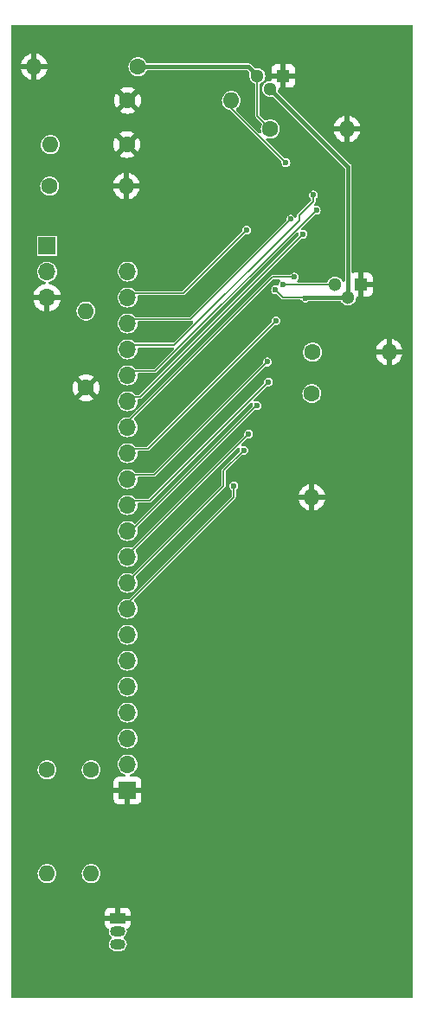
<source format=gbl>
G04 #@! TF.GenerationSoftware,KiCad,Pcbnew,(6.0.11)*
G04 #@! TF.CreationDate,2023-02-24T11:41:58+01:00*
G04 #@! TF.ProjectId,vogelhuisje_camera_board,766f6765-6c68-4756-9973-6a655f63616d,rev?*
G04 #@! TF.SameCoordinates,Original*
G04 #@! TF.FileFunction,Copper,L2,Bot*
G04 #@! TF.FilePolarity,Positive*
%FSLAX46Y46*%
G04 Gerber Fmt 4.6, Leading zero omitted, Abs format (unit mm)*
G04 Created by KiCad (PCBNEW (6.0.11)) date 2023-02-24 11:41:58*
%MOMM*%
%LPD*%
G01*
G04 APERTURE LIST*
G04 #@! TA.AperFunction,ComponentPad*
%ADD10C,1.600000*%
G04 #@! TD*
G04 #@! TA.AperFunction,ComponentPad*
%ADD11O,1.600000X1.600000*%
G04 #@! TD*
G04 #@! TA.AperFunction,ComponentPad*
%ADD12R,1.500000X1.050000*%
G04 #@! TD*
G04 #@! TA.AperFunction,ComponentPad*
%ADD13O,1.500000X1.050000*%
G04 #@! TD*
G04 #@! TA.AperFunction,ComponentPad*
%ADD14R,1.700000X1.700000*%
G04 #@! TD*
G04 #@! TA.AperFunction,ComponentPad*
%ADD15O,1.700000X1.700000*%
G04 #@! TD*
G04 #@! TA.AperFunction,ComponentPad*
%ADD16R,1.300000X1.300000*%
G04 #@! TD*
G04 #@! TA.AperFunction,ComponentPad*
%ADD17C,1.300000*%
G04 #@! TD*
G04 #@! TA.AperFunction,ViaPad*
%ADD18C,0.600000*%
G04 #@! TD*
G04 #@! TA.AperFunction,Conductor*
%ADD19C,0.150000*%
G04 #@! TD*
G04 #@! TA.AperFunction,Conductor*
%ADD20C,0.400000*%
G04 #@! TD*
G04 #@! TA.AperFunction,Conductor*
%ADD21C,0.127000*%
G04 #@! TD*
G04 #@! TA.AperFunction,Conductor*
%ADD22C,0.200000*%
G04 #@! TD*
G04 APERTURE END LIST*
D10*
X102616000Y-59944000D03*
D11*
X92456000Y-59944000D03*
D12*
X100642000Y-143326000D03*
D13*
X100642000Y-144596000D03*
X100642000Y-145866000D03*
D10*
X119694000Y-87884000D03*
D11*
X127194000Y-87884000D03*
D10*
X119634000Y-91948000D03*
D11*
X119634000Y-102108000D03*
D14*
X101600000Y-130810000D03*
D15*
X101600000Y-128270000D03*
X101600000Y-125730000D03*
X101600000Y-123190000D03*
X101600000Y-120650000D03*
X101600000Y-118110000D03*
X101600000Y-115570000D03*
X101600000Y-113030000D03*
X101600000Y-110490000D03*
X101600000Y-107950000D03*
X101600000Y-105410000D03*
X101600000Y-102870000D03*
X101600000Y-100330000D03*
X101600000Y-97790000D03*
X101600000Y-95250000D03*
X101600000Y-92710000D03*
X101600000Y-90170000D03*
X101600000Y-87630000D03*
X101600000Y-85090000D03*
X101600000Y-82550000D03*
X101600000Y-80010000D03*
D16*
X116840000Y-60854000D03*
D17*
X115570000Y-62124000D03*
X114300000Y-60854000D03*
D10*
X101540000Y-67564000D03*
D11*
X94040000Y-67564000D03*
D10*
X93980000Y-71628000D03*
D11*
X101480000Y-71628000D03*
D10*
X93726000Y-128778000D03*
D11*
X93726000Y-138938000D03*
D10*
X101600000Y-63246000D03*
D11*
X111760000Y-63246000D03*
D10*
X97536000Y-91380000D03*
D11*
X97536000Y-83880000D03*
D10*
X98044000Y-128778000D03*
D11*
X98044000Y-138938000D03*
D14*
X93726000Y-77485000D03*
D15*
X93726000Y-80025000D03*
X93726000Y-82565000D03*
D10*
X115570000Y-66040000D03*
D11*
X123070000Y-66040000D03*
D16*
X124460000Y-81280000D03*
D17*
X123190000Y-82550000D03*
X121920000Y-81280000D03*
D18*
X119000000Y-82600000D03*
X116078000Y-81788000D03*
X113250000Y-75940000D03*
X116840000Y-81240000D03*
X112000000Y-101000000D03*
X113000000Y-97500000D03*
X113450000Y-95920000D03*
X114240000Y-93130000D03*
X115390000Y-90810000D03*
X115290000Y-88850000D03*
X116130000Y-84810000D03*
X117920000Y-80550000D03*
X118770000Y-76350000D03*
X120070000Y-73990000D03*
X119790000Y-72510000D03*
X117550000Y-74880000D03*
X117094000Y-69342000D03*
D19*
X118950000Y-82550000D02*
X119000000Y-82600000D01*
D20*
X123190000Y-82550000D02*
X119050000Y-82550000D01*
X123190000Y-69744000D02*
X115570000Y-62124000D01*
D19*
X116840000Y-82550000D02*
X118950000Y-82550000D01*
D20*
X123190000Y-82148000D02*
X123190000Y-69744000D01*
D19*
X116840000Y-82550000D02*
X116078000Y-81788000D01*
D20*
X119050000Y-82550000D02*
X119000000Y-82600000D01*
D21*
X107060000Y-82130000D02*
X101500000Y-82130000D01*
X113250000Y-75940000D02*
X107060000Y-82130000D01*
D20*
X111506000Y-59944000D02*
X102616000Y-59944000D01*
X113390000Y-59944000D02*
X114300000Y-60854000D01*
D19*
X115570000Y-66040000D02*
X114300000Y-64770000D01*
D20*
X111506000Y-59944000D02*
X113390000Y-59944000D01*
D19*
X114300000Y-64770000D02*
X114300000Y-60854000D01*
X121920000Y-81280000D02*
X116880000Y-81280000D01*
X116880000Y-81280000D02*
X116840000Y-81240000D01*
D21*
X112000000Y-102110000D02*
X101500000Y-112610000D01*
X112000000Y-101000000D02*
X112000000Y-102110000D01*
X111000000Y-101000000D02*
X101930000Y-110070000D01*
X111000000Y-99500000D02*
X111000000Y-101000000D01*
X113000000Y-97500000D02*
X111000000Y-99500000D01*
X101930000Y-110070000D02*
X101500000Y-110070000D01*
X101840000Y-107530000D02*
X101500000Y-107530000D01*
X113450000Y-95920000D02*
X101840000Y-107530000D01*
X114210000Y-93130000D02*
X102350000Y-104990000D01*
X102350000Y-104990000D02*
X101500000Y-104990000D01*
X114240000Y-93130000D02*
X114210000Y-93130000D01*
D19*
X103750000Y-102450000D02*
X101500000Y-102450000D01*
X115390000Y-90810000D02*
X103750000Y-102450000D01*
X115290000Y-88850000D02*
X104230000Y-99910000D01*
X104230000Y-99910000D02*
X101500000Y-99910000D01*
X103570000Y-97370000D02*
X101500000Y-97370000D01*
X116130000Y-84810000D02*
X103570000Y-97370000D01*
X117920000Y-80550000D02*
X115780000Y-80550000D01*
X115780000Y-80550000D02*
X101500000Y-94830000D01*
X118770000Y-76350000D02*
X102830000Y-92290000D01*
X102830000Y-92290000D02*
X101500000Y-92290000D01*
X104310000Y-89750000D02*
X101500000Y-89750000D01*
X120070000Y-73990000D02*
X104310000Y-89750000D01*
D22*
X119790000Y-73110000D02*
X118380000Y-74520000D01*
X118380000Y-74520000D02*
X118380000Y-74990000D01*
X118380000Y-74990000D02*
X106160000Y-87210000D01*
X119790000Y-72510000D02*
X119790000Y-73110000D01*
X106160000Y-87210000D02*
X101500000Y-87210000D01*
D19*
X107760000Y-84670000D02*
X101500000Y-84670000D01*
X117094000Y-69342000D02*
X111760000Y-64008000D01*
X111760000Y-64008000D02*
X111760000Y-63246000D01*
X117550000Y-74880000D02*
X107760000Y-84670000D01*
G04 #@! TA.AperFunction,Conductor*
G36*
X129471621Y-55910502D02*
G01*
X129518114Y-55964158D01*
X129529500Y-56016500D01*
X129529500Y-150993500D01*
X129509498Y-151061621D01*
X129455842Y-151108114D01*
X129403500Y-151119500D01*
X90306500Y-151119500D01*
X90238379Y-151099498D01*
X90191886Y-151045842D01*
X90180500Y-150993500D01*
X90180500Y-143895669D01*
X99384001Y-143895669D01*
X99384371Y-143902490D01*
X99389895Y-143953352D01*
X99393521Y-143968604D01*
X99438676Y-144089054D01*
X99447214Y-144104649D01*
X99523715Y-144206724D01*
X99536276Y-144219285D01*
X99638351Y-144295786D01*
X99653950Y-144304326D01*
X99698631Y-144321077D01*
X99755395Y-144363719D01*
X99780094Y-144430281D01*
X99778168Y-144462667D01*
X99762097Y-144546917D01*
X99760612Y-144554704D01*
X99770963Y-144719238D01*
X99821908Y-144876029D01*
X99910244Y-145015225D01*
X100030422Y-145128079D01*
X100037114Y-145131758D01*
X100080388Y-145187881D01*
X100086462Y-145258617D01*
X100053328Y-145321408D01*
X100037033Y-145335527D01*
X99966783Y-145386568D01*
X99861697Y-145513594D01*
X99791503Y-145662764D01*
X99760612Y-145824704D01*
X99770963Y-145989238D01*
X99821908Y-146146029D01*
X99910244Y-146285225D01*
X100030422Y-146398079D01*
X100174890Y-146477501D01*
X100334570Y-146518500D01*
X100908052Y-146518500D01*
X100955301Y-146512531D01*
X101022695Y-146504018D01*
X101022698Y-146504017D01*
X101030560Y-146503024D01*
X101183843Y-146442335D01*
X101190254Y-146437677D01*
X101190256Y-146437676D01*
X101310807Y-146350089D01*
X101317217Y-146345432D01*
X101422303Y-146218406D01*
X101492497Y-146069236D01*
X101523388Y-145907296D01*
X101513037Y-145742762D01*
X101462092Y-145585971D01*
X101373756Y-145446775D01*
X101253578Y-145333921D01*
X101246886Y-145330242D01*
X101203612Y-145274119D01*
X101197538Y-145203383D01*
X101230672Y-145140592D01*
X101246966Y-145126473D01*
X101310807Y-145080089D01*
X101317217Y-145075432D01*
X101422303Y-144948406D01*
X101492497Y-144799236D01*
X101523388Y-144637296D01*
X101513037Y-144472762D01*
X101510588Y-144465225D01*
X101509815Y-144461173D01*
X101516698Y-144390511D01*
X101560692Y-144334788D01*
X101589354Y-144319582D01*
X101630052Y-144304325D01*
X101645649Y-144295786D01*
X101747724Y-144219285D01*
X101760285Y-144206724D01*
X101836786Y-144104649D01*
X101845324Y-144089054D01*
X101890478Y-143968606D01*
X101894105Y-143953351D01*
X101899631Y-143902486D01*
X101900000Y-143895672D01*
X101900000Y-143598115D01*
X101895525Y-143582876D01*
X101894135Y-143581671D01*
X101886452Y-143580000D01*
X99402116Y-143580000D01*
X99386877Y-143584475D01*
X99385672Y-143585865D01*
X99384001Y-143593548D01*
X99384001Y-143895669D01*
X90180500Y-143895669D01*
X90180500Y-143053885D01*
X99384000Y-143053885D01*
X99388475Y-143069124D01*
X99389865Y-143070329D01*
X99397548Y-143072000D01*
X100369885Y-143072000D01*
X100385124Y-143067525D01*
X100386329Y-143066135D01*
X100388000Y-143058452D01*
X100388000Y-143053885D01*
X100896000Y-143053885D01*
X100900475Y-143069124D01*
X100901865Y-143070329D01*
X100909548Y-143072000D01*
X101881884Y-143072000D01*
X101897123Y-143067525D01*
X101898328Y-143066135D01*
X101899999Y-143058452D01*
X101899999Y-142756331D01*
X101899629Y-142749510D01*
X101894105Y-142698648D01*
X101890479Y-142683396D01*
X101845324Y-142562946D01*
X101836786Y-142547351D01*
X101760285Y-142445276D01*
X101747724Y-142432715D01*
X101645649Y-142356214D01*
X101630054Y-142347676D01*
X101509606Y-142302522D01*
X101494351Y-142298895D01*
X101443486Y-142293369D01*
X101436672Y-142293000D01*
X100914115Y-142293000D01*
X100898876Y-142297475D01*
X100897671Y-142298865D01*
X100896000Y-142306548D01*
X100896000Y-143053885D01*
X100388000Y-143053885D01*
X100388000Y-142311116D01*
X100383525Y-142295877D01*
X100382135Y-142294672D01*
X100374452Y-142293001D01*
X99847331Y-142293001D01*
X99840510Y-142293371D01*
X99789648Y-142298895D01*
X99774396Y-142302521D01*
X99653946Y-142347676D01*
X99638351Y-142356214D01*
X99536276Y-142432715D01*
X99523715Y-142445276D01*
X99447214Y-142547351D01*
X99438676Y-142562946D01*
X99393522Y-142683394D01*
X99389895Y-142698649D01*
X99384369Y-142749514D01*
X99384000Y-142756328D01*
X99384000Y-143053885D01*
X90180500Y-143053885D01*
X90180500Y-138938000D01*
X92793391Y-138938000D01*
X92813771Y-139131900D01*
X92874019Y-139317326D01*
X92971503Y-139486174D01*
X93101963Y-139631064D01*
X93259695Y-139745663D01*
X93265723Y-139748347D01*
X93265725Y-139748348D01*
X93431777Y-139822279D01*
X93437808Y-139824964D01*
X93533162Y-139845232D01*
X93622059Y-139864128D01*
X93622063Y-139864128D01*
X93628516Y-139865500D01*
X93823484Y-139865500D01*
X93829937Y-139864128D01*
X93829941Y-139864128D01*
X93918838Y-139845232D01*
X94014192Y-139824964D01*
X94020223Y-139822279D01*
X94186275Y-139748348D01*
X94186277Y-139748347D01*
X94192305Y-139745663D01*
X94350037Y-139631064D01*
X94480497Y-139486174D01*
X94577981Y-139317326D01*
X94638229Y-139131900D01*
X94658609Y-138938000D01*
X97111391Y-138938000D01*
X97131771Y-139131900D01*
X97192019Y-139317326D01*
X97289503Y-139486174D01*
X97419963Y-139631064D01*
X97577695Y-139745663D01*
X97583723Y-139748347D01*
X97583725Y-139748348D01*
X97749777Y-139822279D01*
X97755808Y-139824964D01*
X97851162Y-139845232D01*
X97940059Y-139864128D01*
X97940063Y-139864128D01*
X97946516Y-139865500D01*
X98141484Y-139865500D01*
X98147937Y-139864128D01*
X98147941Y-139864128D01*
X98236838Y-139845232D01*
X98332192Y-139824964D01*
X98338223Y-139822279D01*
X98504275Y-139748348D01*
X98504277Y-139748347D01*
X98510305Y-139745663D01*
X98668037Y-139631064D01*
X98798497Y-139486174D01*
X98895981Y-139317326D01*
X98956229Y-139131900D01*
X98976609Y-138938000D01*
X98956229Y-138744100D01*
X98895981Y-138558674D01*
X98798497Y-138389826D01*
X98668037Y-138244936D01*
X98510305Y-138130337D01*
X98504277Y-138127653D01*
X98504275Y-138127652D01*
X98338223Y-138053721D01*
X98338222Y-138053721D01*
X98332192Y-138051036D01*
X98236838Y-138030768D01*
X98147941Y-138011872D01*
X98147937Y-138011872D01*
X98141484Y-138010500D01*
X97946516Y-138010500D01*
X97940063Y-138011872D01*
X97940059Y-138011872D01*
X97851162Y-138030768D01*
X97755808Y-138051036D01*
X97749779Y-138053720D01*
X97749777Y-138053721D01*
X97583726Y-138127652D01*
X97583724Y-138127653D01*
X97577696Y-138130337D01*
X97419963Y-138244936D01*
X97289503Y-138389826D01*
X97192019Y-138558674D01*
X97131771Y-138744100D01*
X97111391Y-138938000D01*
X94658609Y-138938000D01*
X94638229Y-138744100D01*
X94577981Y-138558674D01*
X94480497Y-138389826D01*
X94350037Y-138244936D01*
X94192305Y-138130337D01*
X94186277Y-138127653D01*
X94186275Y-138127652D01*
X94020223Y-138053721D01*
X94020222Y-138053721D01*
X94014192Y-138051036D01*
X93918838Y-138030768D01*
X93829941Y-138011872D01*
X93829937Y-138011872D01*
X93823484Y-138010500D01*
X93628516Y-138010500D01*
X93622063Y-138011872D01*
X93622059Y-138011872D01*
X93533162Y-138030768D01*
X93437808Y-138051036D01*
X93431779Y-138053720D01*
X93431777Y-138053721D01*
X93265726Y-138127652D01*
X93265724Y-138127653D01*
X93259696Y-138130337D01*
X93101963Y-138244936D01*
X92971503Y-138389826D01*
X92874019Y-138558674D01*
X92813771Y-138744100D01*
X92793391Y-138938000D01*
X90180500Y-138938000D01*
X90180500Y-131704669D01*
X100242001Y-131704669D01*
X100242371Y-131711490D01*
X100247895Y-131762352D01*
X100251521Y-131777604D01*
X100296676Y-131898054D01*
X100305214Y-131913649D01*
X100381715Y-132015724D01*
X100394276Y-132028285D01*
X100496351Y-132104786D01*
X100511946Y-132113324D01*
X100632394Y-132158478D01*
X100647649Y-132162105D01*
X100698514Y-132167631D01*
X100705328Y-132168000D01*
X101327885Y-132168000D01*
X101343124Y-132163525D01*
X101344329Y-132162135D01*
X101346000Y-132154452D01*
X101346000Y-132149884D01*
X101854000Y-132149884D01*
X101858475Y-132165123D01*
X101859865Y-132166328D01*
X101867548Y-132167999D01*
X102494669Y-132167999D01*
X102501490Y-132167629D01*
X102552352Y-132162105D01*
X102567604Y-132158479D01*
X102688054Y-132113324D01*
X102703649Y-132104786D01*
X102805724Y-132028285D01*
X102818285Y-132015724D01*
X102894786Y-131913649D01*
X102903324Y-131898054D01*
X102948478Y-131777606D01*
X102952105Y-131762351D01*
X102957631Y-131711486D01*
X102958000Y-131704672D01*
X102958000Y-131082115D01*
X102953525Y-131066876D01*
X102952135Y-131065671D01*
X102944452Y-131064000D01*
X101872115Y-131064000D01*
X101856876Y-131068475D01*
X101855671Y-131069865D01*
X101854000Y-131077548D01*
X101854000Y-132149884D01*
X101346000Y-132149884D01*
X101346000Y-131082115D01*
X101341525Y-131066876D01*
X101340135Y-131065671D01*
X101332452Y-131064000D01*
X100260116Y-131064000D01*
X100244877Y-131068475D01*
X100243672Y-131069865D01*
X100242001Y-131077548D01*
X100242001Y-131704669D01*
X90180500Y-131704669D01*
X90180500Y-130537885D01*
X100242000Y-130537885D01*
X100246475Y-130553124D01*
X100247865Y-130554329D01*
X100255548Y-130556000D01*
X102939884Y-130556000D01*
X102955123Y-130551525D01*
X102956328Y-130550135D01*
X102957999Y-130542452D01*
X102957999Y-129915331D01*
X102957629Y-129908510D01*
X102952105Y-129857648D01*
X102948479Y-129842396D01*
X102903324Y-129721946D01*
X102894786Y-129706351D01*
X102818285Y-129604276D01*
X102805724Y-129591715D01*
X102703649Y-129515214D01*
X102688054Y-129506676D01*
X102567606Y-129461522D01*
X102552351Y-129457895D01*
X102501486Y-129452369D01*
X102494672Y-129452000D01*
X101921440Y-129452000D01*
X101853319Y-129431998D01*
X101806826Y-129378342D01*
X101796722Y-129308068D01*
X101826216Y-129243488D01*
X101887554Y-129204643D01*
X101955199Y-129185756D01*
X102126305Y-129099324D01*
X102151600Y-129079562D01*
X102272509Y-128985097D01*
X102277365Y-128981303D01*
X102281391Y-128976639D01*
X102398595Y-128840857D01*
X102398596Y-128840855D01*
X102402624Y-128836189D01*
X102497312Y-128669509D01*
X102557821Y-128487612D01*
X102581847Y-128297425D01*
X102582230Y-128270000D01*
X102563524Y-128079217D01*
X102508117Y-127895701D01*
X102418120Y-127726442D01*
X102296962Y-127577887D01*
X102233081Y-127525040D01*
X102154006Y-127459623D01*
X102154002Y-127459621D01*
X102149256Y-127455694D01*
X101980629Y-127364518D01*
X101889067Y-127336175D01*
X101803392Y-127309654D01*
X101803389Y-127309653D01*
X101797505Y-127307832D01*
X101791380Y-127307188D01*
X101791379Y-127307188D01*
X101612985Y-127288438D01*
X101612984Y-127288438D01*
X101606857Y-127287794D01*
X101526779Y-127295082D01*
X101422087Y-127304609D01*
X101422084Y-127304610D01*
X101415948Y-127305168D01*
X101410042Y-127306906D01*
X101410038Y-127306907D01*
X101274622Y-127346762D01*
X101232050Y-127359292D01*
X101226590Y-127362146D01*
X101226591Y-127362146D01*
X101067627Y-127445250D01*
X101067623Y-127445253D01*
X101062167Y-127448105D01*
X101057367Y-127451965D01*
X101057366Y-127451965D01*
X101052728Y-127455694D01*
X100912770Y-127568223D01*
X100789549Y-127715072D01*
X100786585Y-127720464D01*
X100786582Y-127720468D01*
X100715097Y-127850500D01*
X100697198Y-127883058D01*
X100639234Y-128065783D01*
X100617866Y-128256286D01*
X100618382Y-128262430D01*
X100630351Y-128404959D01*
X100633907Y-128447311D01*
X100635606Y-128453236D01*
X100675013Y-128590664D01*
X100686746Y-128631583D01*
X100689561Y-128637060D01*
X100689562Y-128637063D01*
X100771555Y-128796605D01*
X100774370Y-128802082D01*
X100778193Y-128806906D01*
X100778196Y-128806910D01*
X100885904Y-128942802D01*
X100893443Y-128952314D01*
X101039428Y-129076557D01*
X101206765Y-129170079D01*
X101279085Y-129193577D01*
X101317835Y-129206168D01*
X101376441Y-129246242D01*
X101404078Y-129311638D01*
X101391971Y-129381595D01*
X101343965Y-129433901D01*
X101278899Y-129452001D01*
X100705331Y-129452001D01*
X100698510Y-129452371D01*
X100647648Y-129457895D01*
X100632396Y-129461521D01*
X100511946Y-129506676D01*
X100496351Y-129515214D01*
X100394276Y-129591715D01*
X100381715Y-129604276D01*
X100305214Y-129706351D01*
X100296676Y-129721946D01*
X100251522Y-129842394D01*
X100247895Y-129857649D01*
X100242369Y-129908514D01*
X100242000Y-129915328D01*
X100242000Y-130537885D01*
X90180500Y-130537885D01*
X90180500Y-128778000D01*
X92793391Y-128778000D01*
X92794081Y-128784565D01*
X92798944Y-128830828D01*
X92813771Y-128971900D01*
X92874019Y-129157326D01*
X92877322Y-129163048D01*
X92877323Y-129163049D01*
X92901336Y-129204641D01*
X92971503Y-129326174D01*
X92975921Y-129331081D01*
X92975922Y-129331082D01*
X93090106Y-129457895D01*
X93101963Y-129471064D01*
X93259695Y-129585663D01*
X93265723Y-129588347D01*
X93265725Y-129588348D01*
X93301500Y-129604276D01*
X93437808Y-129664964D01*
X93533162Y-129685232D01*
X93622059Y-129704128D01*
X93622063Y-129704128D01*
X93628516Y-129705500D01*
X93823484Y-129705500D01*
X93829937Y-129704128D01*
X93829941Y-129704128D01*
X93918838Y-129685232D01*
X94014192Y-129664964D01*
X94150500Y-129604276D01*
X94186275Y-129588348D01*
X94186277Y-129588347D01*
X94192305Y-129585663D01*
X94350037Y-129471064D01*
X94361895Y-129457895D01*
X94476078Y-129331082D01*
X94476079Y-129331081D01*
X94480497Y-129326174D01*
X94550664Y-129204641D01*
X94574677Y-129163049D01*
X94574678Y-129163048D01*
X94577981Y-129157326D01*
X94638229Y-128971900D01*
X94653057Y-128830828D01*
X94657919Y-128784565D01*
X94658609Y-128778000D01*
X97111391Y-128778000D01*
X97112081Y-128784565D01*
X97116944Y-128830828D01*
X97131771Y-128971900D01*
X97192019Y-129157326D01*
X97195322Y-129163048D01*
X97195323Y-129163049D01*
X97219336Y-129204641D01*
X97289503Y-129326174D01*
X97293921Y-129331081D01*
X97293922Y-129331082D01*
X97408106Y-129457895D01*
X97419963Y-129471064D01*
X97577695Y-129585663D01*
X97583723Y-129588347D01*
X97583725Y-129588348D01*
X97619500Y-129604276D01*
X97755808Y-129664964D01*
X97851162Y-129685232D01*
X97940059Y-129704128D01*
X97940063Y-129704128D01*
X97946516Y-129705500D01*
X98141484Y-129705500D01*
X98147937Y-129704128D01*
X98147941Y-129704128D01*
X98236838Y-129685232D01*
X98332192Y-129664964D01*
X98468500Y-129604276D01*
X98504275Y-129588348D01*
X98504277Y-129588347D01*
X98510305Y-129585663D01*
X98668037Y-129471064D01*
X98679895Y-129457895D01*
X98794078Y-129331082D01*
X98794079Y-129331081D01*
X98798497Y-129326174D01*
X98868664Y-129204641D01*
X98892677Y-129163049D01*
X98892678Y-129163048D01*
X98895981Y-129157326D01*
X98956229Y-128971900D01*
X98971057Y-128830828D01*
X98975919Y-128784565D01*
X98976609Y-128778000D01*
X98956229Y-128584100D01*
X98895981Y-128398674D01*
X98798497Y-128229826D01*
X98668037Y-128084936D01*
X98510305Y-127970337D01*
X98504277Y-127967653D01*
X98504275Y-127967652D01*
X98338223Y-127893721D01*
X98338222Y-127893721D01*
X98332192Y-127891036D01*
X98236838Y-127870768D01*
X98147941Y-127851872D01*
X98147937Y-127851872D01*
X98141484Y-127850500D01*
X97946516Y-127850500D01*
X97940063Y-127851872D01*
X97940059Y-127851872D01*
X97851162Y-127870768D01*
X97755808Y-127891036D01*
X97749779Y-127893720D01*
X97749777Y-127893721D01*
X97583726Y-127967652D01*
X97583724Y-127967653D01*
X97577696Y-127970337D01*
X97419963Y-128084936D01*
X97289503Y-128229826D01*
X97192019Y-128398674D01*
X97131771Y-128584100D01*
X97111391Y-128778000D01*
X94658609Y-128778000D01*
X94638229Y-128584100D01*
X94577981Y-128398674D01*
X94480497Y-128229826D01*
X94350037Y-128084936D01*
X94192305Y-127970337D01*
X94186277Y-127967653D01*
X94186275Y-127967652D01*
X94020223Y-127893721D01*
X94020222Y-127893721D01*
X94014192Y-127891036D01*
X93918838Y-127870768D01*
X93829941Y-127851872D01*
X93829937Y-127851872D01*
X93823484Y-127850500D01*
X93628516Y-127850500D01*
X93622063Y-127851872D01*
X93622059Y-127851872D01*
X93533162Y-127870768D01*
X93437808Y-127891036D01*
X93431779Y-127893720D01*
X93431777Y-127893721D01*
X93265726Y-127967652D01*
X93265724Y-127967653D01*
X93259696Y-127970337D01*
X93101963Y-128084936D01*
X92971503Y-128229826D01*
X92874019Y-128398674D01*
X92813771Y-128584100D01*
X92793391Y-128778000D01*
X90180500Y-128778000D01*
X90180500Y-125716286D01*
X100617866Y-125716286D01*
X100633907Y-125907311D01*
X100635606Y-125913236D01*
X100643709Y-125941493D01*
X100686746Y-126091583D01*
X100774370Y-126262082D01*
X100778193Y-126266906D01*
X100778196Y-126266910D01*
X100885904Y-126402802D01*
X100893443Y-126412314D01*
X101039428Y-126536557D01*
X101206765Y-126630079D01*
X101389081Y-126689317D01*
X101579430Y-126712015D01*
X101585565Y-126711543D01*
X101585567Y-126711543D01*
X101764420Y-126697781D01*
X101764424Y-126697780D01*
X101770562Y-126697308D01*
X101955199Y-126645756D01*
X102126305Y-126559324D01*
X102151600Y-126539562D01*
X102272509Y-126445097D01*
X102277365Y-126441303D01*
X102402624Y-126296189D01*
X102497312Y-126129509D01*
X102557821Y-125947612D01*
X102581847Y-125757425D01*
X102582230Y-125730000D01*
X102563524Y-125539217D01*
X102508117Y-125355701D01*
X102418120Y-125186442D01*
X102296962Y-125037887D01*
X102233081Y-124985040D01*
X102154006Y-124919623D01*
X102154002Y-124919621D01*
X102149256Y-124915694D01*
X101980629Y-124824518D01*
X101889067Y-124796175D01*
X101803392Y-124769654D01*
X101803389Y-124769653D01*
X101797505Y-124767832D01*
X101791380Y-124767188D01*
X101791379Y-124767188D01*
X101612985Y-124748438D01*
X101612984Y-124748438D01*
X101606857Y-124747794D01*
X101526779Y-124755082D01*
X101422087Y-124764609D01*
X101422084Y-124764610D01*
X101415948Y-124765168D01*
X101410042Y-124766906D01*
X101410038Y-124766907D01*
X101274622Y-124806762D01*
X101232050Y-124819292D01*
X101226590Y-124822146D01*
X101226591Y-124822146D01*
X101067627Y-124905250D01*
X101067623Y-124905253D01*
X101062167Y-124908105D01*
X101057367Y-124911965D01*
X101057366Y-124911965D01*
X101052728Y-124915694D01*
X100912770Y-125028223D01*
X100789549Y-125175072D01*
X100786585Y-125180464D01*
X100786582Y-125180468D01*
X100711110Y-125317752D01*
X100697198Y-125343058D01*
X100639234Y-125525783D01*
X100617866Y-125716286D01*
X90180500Y-125716286D01*
X90180500Y-123176286D01*
X100617866Y-123176286D01*
X100633907Y-123367311D01*
X100635606Y-123373236D01*
X100643709Y-123401493D01*
X100686746Y-123551583D01*
X100774370Y-123722082D01*
X100778193Y-123726906D01*
X100778196Y-123726910D01*
X100885904Y-123862802D01*
X100893443Y-123872314D01*
X101039428Y-123996557D01*
X101206765Y-124090079D01*
X101389081Y-124149317D01*
X101579430Y-124172015D01*
X101585565Y-124171543D01*
X101585567Y-124171543D01*
X101764420Y-124157781D01*
X101764424Y-124157780D01*
X101770562Y-124157308D01*
X101955199Y-124105756D01*
X102126305Y-124019324D01*
X102151600Y-123999562D01*
X102272509Y-123905097D01*
X102277365Y-123901303D01*
X102402624Y-123756189D01*
X102497312Y-123589509D01*
X102557821Y-123407612D01*
X102581847Y-123217425D01*
X102582230Y-123190000D01*
X102563524Y-122999217D01*
X102508117Y-122815701D01*
X102418120Y-122646442D01*
X102296962Y-122497887D01*
X102233081Y-122445040D01*
X102154006Y-122379623D01*
X102154002Y-122379621D01*
X102149256Y-122375694D01*
X101980629Y-122284518D01*
X101889067Y-122256175D01*
X101803392Y-122229654D01*
X101803389Y-122229653D01*
X101797505Y-122227832D01*
X101791380Y-122227188D01*
X101791379Y-122227188D01*
X101612985Y-122208438D01*
X101612984Y-122208438D01*
X101606857Y-122207794D01*
X101526779Y-122215082D01*
X101422087Y-122224609D01*
X101422084Y-122224610D01*
X101415948Y-122225168D01*
X101410042Y-122226906D01*
X101410038Y-122226907D01*
X101274622Y-122266762D01*
X101232050Y-122279292D01*
X101226590Y-122282146D01*
X101226591Y-122282146D01*
X101067627Y-122365250D01*
X101067623Y-122365253D01*
X101062167Y-122368105D01*
X101057367Y-122371965D01*
X101057366Y-122371965D01*
X101052728Y-122375694D01*
X100912770Y-122488223D01*
X100789549Y-122635072D01*
X100786585Y-122640464D01*
X100786582Y-122640468D01*
X100711110Y-122777752D01*
X100697198Y-122803058D01*
X100639234Y-122985783D01*
X100617866Y-123176286D01*
X90180500Y-123176286D01*
X90180500Y-120636286D01*
X100617866Y-120636286D01*
X100633907Y-120827311D01*
X100635606Y-120833236D01*
X100643709Y-120861493D01*
X100686746Y-121011583D01*
X100774370Y-121182082D01*
X100778193Y-121186906D01*
X100778196Y-121186910D01*
X100885904Y-121322802D01*
X100893443Y-121332314D01*
X101039428Y-121456557D01*
X101206765Y-121550079D01*
X101389081Y-121609317D01*
X101579430Y-121632015D01*
X101585565Y-121631543D01*
X101585567Y-121631543D01*
X101764420Y-121617781D01*
X101764424Y-121617780D01*
X101770562Y-121617308D01*
X101955199Y-121565756D01*
X102126305Y-121479324D01*
X102151600Y-121459562D01*
X102272509Y-121365097D01*
X102277365Y-121361303D01*
X102402624Y-121216189D01*
X102497312Y-121049509D01*
X102557821Y-120867612D01*
X102581847Y-120677425D01*
X102582230Y-120650000D01*
X102563524Y-120459217D01*
X102508117Y-120275701D01*
X102418120Y-120106442D01*
X102296962Y-119957887D01*
X102233081Y-119905040D01*
X102154006Y-119839623D01*
X102154002Y-119839621D01*
X102149256Y-119835694D01*
X101980629Y-119744518D01*
X101889067Y-119716175D01*
X101803392Y-119689654D01*
X101803389Y-119689653D01*
X101797505Y-119687832D01*
X101791380Y-119687188D01*
X101791379Y-119687188D01*
X101612985Y-119668438D01*
X101612984Y-119668438D01*
X101606857Y-119667794D01*
X101526779Y-119675082D01*
X101422087Y-119684609D01*
X101422084Y-119684610D01*
X101415948Y-119685168D01*
X101410042Y-119686906D01*
X101410038Y-119686907D01*
X101274622Y-119726762D01*
X101232050Y-119739292D01*
X101226590Y-119742146D01*
X101226591Y-119742146D01*
X101067627Y-119825250D01*
X101067623Y-119825253D01*
X101062167Y-119828105D01*
X101057367Y-119831965D01*
X101057366Y-119831965D01*
X101052728Y-119835694D01*
X100912770Y-119948223D01*
X100789549Y-120095072D01*
X100786585Y-120100464D01*
X100786582Y-120100468D01*
X100711110Y-120237752D01*
X100697198Y-120263058D01*
X100639234Y-120445783D01*
X100617866Y-120636286D01*
X90180500Y-120636286D01*
X90180500Y-118096286D01*
X100617866Y-118096286D01*
X100633907Y-118287311D01*
X100635606Y-118293236D01*
X100643709Y-118321493D01*
X100686746Y-118471583D01*
X100774370Y-118642082D01*
X100778193Y-118646906D01*
X100778196Y-118646910D01*
X100885904Y-118782802D01*
X100893443Y-118792314D01*
X101039428Y-118916557D01*
X101206765Y-119010079D01*
X101389081Y-119069317D01*
X101579430Y-119092015D01*
X101585565Y-119091543D01*
X101585567Y-119091543D01*
X101764420Y-119077781D01*
X101764424Y-119077780D01*
X101770562Y-119077308D01*
X101955199Y-119025756D01*
X102126305Y-118939324D01*
X102151600Y-118919562D01*
X102272509Y-118825097D01*
X102277365Y-118821303D01*
X102402624Y-118676189D01*
X102497312Y-118509509D01*
X102557821Y-118327612D01*
X102581847Y-118137425D01*
X102582230Y-118110000D01*
X102563524Y-117919217D01*
X102508117Y-117735701D01*
X102418120Y-117566442D01*
X102296962Y-117417887D01*
X102233081Y-117365040D01*
X102154006Y-117299623D01*
X102154002Y-117299621D01*
X102149256Y-117295694D01*
X101980629Y-117204518D01*
X101889067Y-117176175D01*
X101803392Y-117149654D01*
X101803389Y-117149653D01*
X101797505Y-117147832D01*
X101791380Y-117147188D01*
X101791379Y-117147188D01*
X101612985Y-117128438D01*
X101612984Y-117128438D01*
X101606857Y-117127794D01*
X101526779Y-117135082D01*
X101422087Y-117144609D01*
X101422084Y-117144610D01*
X101415948Y-117145168D01*
X101410042Y-117146906D01*
X101410038Y-117146907D01*
X101274622Y-117186762D01*
X101232050Y-117199292D01*
X101226590Y-117202146D01*
X101226591Y-117202146D01*
X101067627Y-117285250D01*
X101067623Y-117285253D01*
X101062167Y-117288105D01*
X101057367Y-117291965D01*
X101057366Y-117291965D01*
X101052728Y-117295694D01*
X100912770Y-117408223D01*
X100789549Y-117555072D01*
X100786585Y-117560464D01*
X100786582Y-117560468D01*
X100711110Y-117697752D01*
X100697198Y-117723058D01*
X100639234Y-117905783D01*
X100617866Y-118096286D01*
X90180500Y-118096286D01*
X90180500Y-115556286D01*
X100617866Y-115556286D01*
X100633907Y-115747311D01*
X100635606Y-115753236D01*
X100643709Y-115781493D01*
X100686746Y-115931583D01*
X100774370Y-116102082D01*
X100778193Y-116106906D01*
X100778196Y-116106910D01*
X100885904Y-116242802D01*
X100893443Y-116252314D01*
X101039428Y-116376557D01*
X101206765Y-116470079D01*
X101389081Y-116529317D01*
X101579430Y-116552015D01*
X101585565Y-116551543D01*
X101585567Y-116551543D01*
X101764420Y-116537781D01*
X101764424Y-116537780D01*
X101770562Y-116537308D01*
X101955199Y-116485756D01*
X102126305Y-116399324D01*
X102151600Y-116379562D01*
X102272509Y-116285097D01*
X102277365Y-116281303D01*
X102402624Y-116136189D01*
X102497312Y-115969509D01*
X102557821Y-115787612D01*
X102581847Y-115597425D01*
X102582230Y-115570000D01*
X102563524Y-115379217D01*
X102508117Y-115195701D01*
X102418120Y-115026442D01*
X102296962Y-114877887D01*
X102233081Y-114825040D01*
X102154006Y-114759623D01*
X102154002Y-114759621D01*
X102149256Y-114755694D01*
X101980629Y-114664518D01*
X101889067Y-114636175D01*
X101803392Y-114609654D01*
X101803389Y-114609653D01*
X101797505Y-114607832D01*
X101791380Y-114607188D01*
X101791379Y-114607188D01*
X101612985Y-114588438D01*
X101612984Y-114588438D01*
X101606857Y-114587794D01*
X101526779Y-114595082D01*
X101422087Y-114604609D01*
X101422084Y-114604610D01*
X101415948Y-114605168D01*
X101410042Y-114606906D01*
X101410038Y-114606907D01*
X101274622Y-114646762D01*
X101232050Y-114659292D01*
X101226590Y-114662146D01*
X101226591Y-114662146D01*
X101067627Y-114745250D01*
X101067623Y-114745253D01*
X101062167Y-114748105D01*
X101057367Y-114751965D01*
X101057366Y-114751965D01*
X101052728Y-114755694D01*
X100912770Y-114868223D01*
X100789549Y-115015072D01*
X100786585Y-115020464D01*
X100786582Y-115020468D01*
X100711110Y-115157752D01*
X100697198Y-115183058D01*
X100639234Y-115365783D01*
X100617866Y-115556286D01*
X90180500Y-115556286D01*
X90180500Y-113016286D01*
X100617866Y-113016286D01*
X100633907Y-113207311D01*
X100635606Y-113213236D01*
X100643709Y-113241493D01*
X100686746Y-113391583D01*
X100774370Y-113562082D01*
X100778193Y-113566906D01*
X100778196Y-113566910D01*
X100885904Y-113702802D01*
X100893443Y-113712314D01*
X101039428Y-113836557D01*
X101206765Y-113930079D01*
X101389081Y-113989317D01*
X101579430Y-114012015D01*
X101585565Y-114011543D01*
X101585567Y-114011543D01*
X101764420Y-113997781D01*
X101764424Y-113997780D01*
X101770562Y-113997308D01*
X101955199Y-113945756D01*
X102126305Y-113859324D01*
X102151600Y-113839562D01*
X102272509Y-113745097D01*
X102277365Y-113741303D01*
X102402624Y-113596189D01*
X102497312Y-113429509D01*
X102557821Y-113247612D01*
X102581847Y-113057425D01*
X102582230Y-113030000D01*
X102563524Y-112839217D01*
X102508117Y-112655701D01*
X102418120Y-112486442D01*
X102296962Y-112337887D01*
X102292220Y-112333964D01*
X102292216Y-112333960D01*
X102264249Y-112310824D01*
X102224511Y-112251990D01*
X102222890Y-112181012D01*
X102255470Y-112124645D01*
X112005593Y-102374522D01*
X118351273Y-102374522D01*
X118398764Y-102551761D01*
X118402510Y-102562053D01*
X118494586Y-102759511D01*
X118500069Y-102769007D01*
X118625028Y-102947467D01*
X118632084Y-102955875D01*
X118786125Y-103109916D01*
X118794533Y-103116972D01*
X118972993Y-103241931D01*
X118982489Y-103247414D01*
X119179947Y-103339490D01*
X119190239Y-103343236D01*
X119362503Y-103389394D01*
X119376599Y-103389058D01*
X119380000Y-103381116D01*
X119380000Y-103375967D01*
X119888000Y-103375967D01*
X119891973Y-103389498D01*
X119900522Y-103390727D01*
X120077761Y-103343236D01*
X120088053Y-103339490D01*
X120285511Y-103247414D01*
X120295007Y-103241931D01*
X120473467Y-103116972D01*
X120481875Y-103109916D01*
X120635916Y-102955875D01*
X120642972Y-102947467D01*
X120767931Y-102769007D01*
X120773414Y-102759511D01*
X120865490Y-102562053D01*
X120869236Y-102551761D01*
X120915394Y-102379497D01*
X120915058Y-102365401D01*
X120907116Y-102362000D01*
X119906115Y-102362000D01*
X119890876Y-102366475D01*
X119889671Y-102367865D01*
X119888000Y-102375548D01*
X119888000Y-103375967D01*
X119380000Y-103375967D01*
X119380000Y-102380115D01*
X119375525Y-102364876D01*
X119374135Y-102363671D01*
X119366452Y-102362000D01*
X118366033Y-102362000D01*
X118352502Y-102365973D01*
X118351273Y-102374522D01*
X112005593Y-102374522D01*
X112111358Y-102268757D01*
X112112195Y-102268010D01*
X112121958Y-102263322D01*
X112138222Y-102242985D01*
X112143340Y-102237266D01*
X112145274Y-102234841D01*
X112150283Y-102229832D01*
X112154052Y-102223835D01*
X112156341Y-102220965D01*
X112160413Y-102215236D01*
X112176383Y-102195267D01*
X112178907Y-102184290D01*
X112184902Y-102174752D01*
X112187773Y-102149353D01*
X112189009Y-102142123D01*
X112189404Y-102138644D01*
X112191000Y-102131703D01*
X112191000Y-102124577D01*
X112191372Y-102121299D01*
X112191797Y-102113755D01*
X112193096Y-102102260D01*
X112194690Y-102088162D01*
X112191071Y-102077799D01*
X112191000Y-102076524D01*
X112191000Y-101836503D01*
X118352606Y-101836503D01*
X118352942Y-101850599D01*
X118360884Y-101854000D01*
X119361885Y-101854000D01*
X119377124Y-101849525D01*
X119378329Y-101848135D01*
X119380000Y-101840452D01*
X119380000Y-101835885D01*
X119888000Y-101835885D01*
X119892475Y-101851124D01*
X119893865Y-101852329D01*
X119901548Y-101854000D01*
X120901967Y-101854000D01*
X120915498Y-101850027D01*
X120916727Y-101841478D01*
X120869236Y-101664239D01*
X120865490Y-101653947D01*
X120773414Y-101456489D01*
X120767931Y-101446993D01*
X120642972Y-101268533D01*
X120635916Y-101260125D01*
X120481875Y-101106084D01*
X120473467Y-101099028D01*
X120295007Y-100974069D01*
X120285511Y-100968586D01*
X120088053Y-100876510D01*
X120077761Y-100872764D01*
X119905497Y-100826606D01*
X119891401Y-100826942D01*
X119888000Y-100834884D01*
X119888000Y-101835885D01*
X119380000Y-101835885D01*
X119380000Y-100840033D01*
X119376027Y-100826502D01*
X119367478Y-100825273D01*
X119190239Y-100872764D01*
X119179947Y-100876510D01*
X118982489Y-100968586D01*
X118972993Y-100974069D01*
X118794533Y-101099028D01*
X118786125Y-101106084D01*
X118632084Y-101260125D01*
X118625028Y-101268533D01*
X118500069Y-101446993D01*
X118494586Y-101456489D01*
X118402510Y-101653947D01*
X118398764Y-101664239D01*
X118352606Y-101836503D01*
X112191000Y-101836503D01*
X112191000Y-101454909D01*
X112211002Y-101386788D01*
X112251070Y-101347535D01*
X112275881Y-101332301D01*
X112316512Y-101287413D01*
X112352035Y-101248167D01*
X112358058Y-101241513D01*
X112411451Y-101131311D01*
X112413383Y-101119831D01*
X112430960Y-101015348D01*
X112431767Y-101010552D01*
X112431896Y-101000000D01*
X112417029Y-100896189D01*
X112415809Y-100887667D01*
X112415808Y-100887664D01*
X112414536Y-100878781D01*
X112406944Y-100862082D01*
X112390966Y-100826942D01*
X112363852Y-100767307D01*
X112283918Y-100674539D01*
X112181160Y-100607935D01*
X112063838Y-100572848D01*
X112054862Y-100572793D01*
X112054861Y-100572793D01*
X112004483Y-100572485D01*
X111941385Y-100572100D01*
X111823644Y-100605751D01*
X111720080Y-100671095D01*
X111714137Y-100677824D01*
X111697146Y-100697063D01*
X111639018Y-100762879D01*
X111586976Y-100873726D01*
X111585595Y-100882595D01*
X111570715Y-100978162D01*
X111568136Y-100994724D01*
X111569300Y-101003626D01*
X111569300Y-101003629D01*
X111582588Y-101105239D01*
X111584014Y-101116145D01*
X111633333Y-101228230D01*
X111712127Y-101321968D01*
X111719604Y-101326945D01*
X111752819Y-101349055D01*
X111798442Y-101403452D01*
X111809000Y-101453942D01*
X111809000Y-101978696D01*
X111788998Y-102046817D01*
X111772095Y-102067791D01*
X101816971Y-112022914D01*
X101754659Y-112056940D01*
X101714706Y-112059129D01*
X101612986Y-112048438D01*
X101612984Y-112048438D01*
X101606857Y-112047794D01*
X101526779Y-112055082D01*
X101422087Y-112064609D01*
X101422084Y-112064610D01*
X101415948Y-112065168D01*
X101410042Y-112066906D01*
X101410038Y-112066907D01*
X101274622Y-112106762D01*
X101232050Y-112119292D01*
X101226590Y-112122146D01*
X101226591Y-112122146D01*
X101067627Y-112205250D01*
X101067623Y-112205253D01*
X101062167Y-112208105D01*
X101057367Y-112211965D01*
X101057366Y-112211965D01*
X101023076Y-112239535D01*
X100912770Y-112328223D01*
X100789549Y-112475072D01*
X100786585Y-112480464D01*
X100786582Y-112480468D01*
X100711110Y-112617752D01*
X100697198Y-112643058D01*
X100639234Y-112825783D01*
X100617866Y-113016286D01*
X90180500Y-113016286D01*
X90180500Y-110476286D01*
X100617866Y-110476286D01*
X100633907Y-110667311D01*
X100635606Y-110673236D01*
X100643709Y-110701493D01*
X100686746Y-110851583D01*
X100774370Y-111022082D01*
X100778193Y-111026906D01*
X100778196Y-111026910D01*
X100885904Y-111162802D01*
X100893443Y-111172314D01*
X101039428Y-111296557D01*
X101206765Y-111390079D01*
X101389081Y-111449317D01*
X101579430Y-111472015D01*
X101585565Y-111471543D01*
X101585567Y-111471543D01*
X101764420Y-111457781D01*
X101764424Y-111457780D01*
X101770562Y-111457308D01*
X101955199Y-111405756D01*
X102126305Y-111319324D01*
X102151600Y-111299562D01*
X102272509Y-111205097D01*
X102277365Y-111201303D01*
X102402624Y-111056189D01*
X102497312Y-110889509D01*
X102557821Y-110707612D01*
X102581847Y-110517425D01*
X102582230Y-110490000D01*
X102563524Y-110299217D01*
X102508117Y-110115701D01*
X102429105Y-109967101D01*
X102414785Y-109897566D01*
X102440332Y-109831325D01*
X102451261Y-109818854D01*
X111111358Y-101158757D01*
X111112195Y-101158010D01*
X111121958Y-101153322D01*
X111138222Y-101132985D01*
X111143345Y-101127261D01*
X111145280Y-101124835D01*
X111150284Y-101119831D01*
X111154048Y-101113842D01*
X111156339Y-101110970D01*
X111160412Y-101105239D01*
X111167519Y-101096352D01*
X111167520Y-101096349D01*
X111176383Y-101085267D01*
X111178907Y-101074290D01*
X111184902Y-101064752D01*
X111187776Y-101039333D01*
X111189009Y-101032118D01*
X111189403Y-101028648D01*
X111191000Y-101021703D01*
X111191000Y-101014579D01*
X111191373Y-101011293D01*
X111191798Y-101003752D01*
X111193097Y-100992263D01*
X111193097Y-100992262D01*
X111194691Y-100978162D01*
X111191071Y-100967797D01*
X111191000Y-100966523D01*
X111191000Y-99631305D01*
X111211002Y-99563184D01*
X111227905Y-99542210D01*
X112014465Y-98755650D01*
X112811442Y-97958672D01*
X112873754Y-97924647D01*
X112920684Y-97923388D01*
X112922378Y-97923662D01*
X112930948Y-97926340D01*
X112939921Y-97926504D01*
X112939924Y-97926505D01*
X112993167Y-97927480D01*
X113053383Y-97928584D01*
X113171527Y-97896375D01*
X113275881Y-97832301D01*
X113286175Y-97820929D01*
X113352035Y-97748167D01*
X113358058Y-97741513D01*
X113411451Y-97631311D01*
X113414003Y-97616145D01*
X113430960Y-97515348D01*
X113431767Y-97510552D01*
X113431896Y-97500000D01*
X113424890Y-97451080D01*
X113415809Y-97387667D01*
X113415808Y-97387664D01*
X113414536Y-97378781D01*
X113363852Y-97267307D01*
X113283918Y-97174539D01*
X113181160Y-97107935D01*
X113063838Y-97072848D01*
X113054862Y-97072793D01*
X113054861Y-97072793D01*
X113004483Y-97072485D01*
X112941385Y-97072100D01*
X112932755Y-97074566D01*
X112932751Y-97074567D01*
X112886209Y-97087869D01*
X112815215Y-97087357D01*
X112755767Y-97048543D01*
X112726741Y-96983751D01*
X112737352Y-96913551D01*
X112762490Y-96877625D01*
X113261442Y-96378673D01*
X113323754Y-96344647D01*
X113370680Y-96343388D01*
X113372381Y-96343663D01*
X113380948Y-96346340D01*
X113389921Y-96346504D01*
X113389924Y-96346505D01*
X113443167Y-96347480D01*
X113503383Y-96348584D01*
X113621527Y-96316375D01*
X113725881Y-96252301D01*
X113766512Y-96207413D01*
X113802035Y-96168167D01*
X113808058Y-96161513D01*
X113861451Y-96051311D01*
X113864003Y-96036145D01*
X113880960Y-95935348D01*
X113881767Y-95930552D01*
X113881896Y-95920000D01*
X113867029Y-95816189D01*
X113865809Y-95807667D01*
X113865808Y-95807664D01*
X113864536Y-95798781D01*
X113856944Y-95782082D01*
X113817568Y-95695481D01*
X113813852Y-95687307D01*
X113733918Y-95594539D01*
X113631160Y-95527935D01*
X113513838Y-95492848D01*
X113504862Y-95492793D01*
X113504861Y-95492793D01*
X113454483Y-95492485D01*
X113391385Y-95492100D01*
X113273644Y-95525751D01*
X113170080Y-95591095D01*
X113164137Y-95597824D01*
X113147146Y-95617063D01*
X113089018Y-95682879D01*
X113036976Y-95793726D01*
X113035595Y-95802595D01*
X113032752Y-95820857D01*
X113018136Y-95914724D01*
X113019300Y-95923626D01*
X113019300Y-95923629D01*
X113029404Y-96000890D01*
X113018404Y-96071029D01*
X112993563Y-96106323D01*
X102091446Y-107008439D01*
X102029134Y-107042465D01*
X101965094Y-107039709D01*
X101864076Y-107008439D01*
X101803392Y-106989654D01*
X101803389Y-106989653D01*
X101797505Y-106987832D01*
X101791380Y-106987188D01*
X101791379Y-106987188D01*
X101612985Y-106968438D01*
X101612984Y-106968438D01*
X101606857Y-106967794D01*
X101526779Y-106975082D01*
X101422087Y-106984609D01*
X101422084Y-106984610D01*
X101415948Y-106985168D01*
X101410042Y-106986906D01*
X101410038Y-106986907D01*
X101274622Y-107026762D01*
X101232050Y-107039292D01*
X101226590Y-107042146D01*
X101226591Y-107042146D01*
X101067627Y-107125250D01*
X101067623Y-107125253D01*
X101062167Y-107128105D01*
X100912770Y-107248223D01*
X100789549Y-107395072D01*
X100786585Y-107400464D01*
X100786582Y-107400468D01*
X100785926Y-107401662D01*
X100697198Y-107563058D01*
X100639234Y-107745783D01*
X100617866Y-107936286D01*
X100633907Y-108127311D01*
X100635606Y-108133236D01*
X100643709Y-108161493D01*
X100686746Y-108311583D01*
X100774370Y-108482082D01*
X100778193Y-108486906D01*
X100778196Y-108486910D01*
X100885904Y-108622802D01*
X100893443Y-108632314D01*
X101039428Y-108756557D01*
X101206765Y-108850079D01*
X101389081Y-108909317D01*
X101579430Y-108932015D01*
X101585565Y-108931543D01*
X101585567Y-108931543D01*
X101764420Y-108917781D01*
X101764424Y-108917780D01*
X101770562Y-108917308D01*
X101955199Y-108865756D01*
X102126305Y-108779324D01*
X102151600Y-108759562D01*
X102272509Y-108665097D01*
X102277365Y-108661303D01*
X102402624Y-108516189D01*
X102497312Y-108349509D01*
X102557821Y-108167612D01*
X102581847Y-107977425D01*
X102582230Y-107950000D01*
X102563524Y-107759217D01*
X102508117Y-107575701D01*
X102418120Y-107406442D01*
X102407222Y-107393080D01*
X102379667Y-107327649D01*
X102391860Y-107257708D01*
X102415768Y-107224347D01*
X112373107Y-97267008D01*
X112435419Y-97232982D01*
X112506234Y-97238047D01*
X112563070Y-97280594D01*
X112587881Y-97347114D01*
X112586702Y-97375485D01*
X112568136Y-97494724D01*
X112569300Y-97503626D01*
X112569300Y-97503629D01*
X112579404Y-97580889D01*
X112568404Y-97651028D01*
X112543563Y-97686322D01*
X110888642Y-99341243D01*
X110887805Y-99341990D01*
X110878042Y-99346678D01*
X110869181Y-99357758D01*
X110869180Y-99357759D01*
X110861778Y-99367015D01*
X110856655Y-99372739D01*
X110854720Y-99375165D01*
X110849716Y-99380169D01*
X110845952Y-99386158D01*
X110843661Y-99389030D01*
X110839588Y-99394761D01*
X110832481Y-99403648D01*
X110832480Y-99403651D01*
X110823617Y-99414733D01*
X110821093Y-99425710D01*
X110815098Y-99435248D01*
X110812224Y-99460667D01*
X110810991Y-99467882D01*
X110810597Y-99471352D01*
X110809000Y-99478297D01*
X110809000Y-99485421D01*
X110808627Y-99488707D01*
X110808202Y-99496248D01*
X110805309Y-99521838D01*
X110808929Y-99532203D01*
X110809000Y-99533477D01*
X110809000Y-100868695D01*
X110788998Y-100936816D01*
X110772095Y-100957790D01*
X102153963Y-109575922D01*
X102091651Y-109609948D01*
X102020836Y-109604883D01*
X102004944Y-109597665D01*
X101980629Y-109584518D01*
X101889067Y-109556175D01*
X101803392Y-109529654D01*
X101803389Y-109529653D01*
X101797505Y-109527832D01*
X101791380Y-109527188D01*
X101791379Y-109527188D01*
X101612985Y-109508438D01*
X101612984Y-109508438D01*
X101606857Y-109507794D01*
X101526779Y-109515082D01*
X101422087Y-109524609D01*
X101422084Y-109524610D01*
X101415948Y-109525168D01*
X101410042Y-109526906D01*
X101410038Y-109526907D01*
X101274622Y-109566762D01*
X101232050Y-109579292D01*
X101226590Y-109582146D01*
X101226591Y-109582146D01*
X101067627Y-109665250D01*
X101067623Y-109665253D01*
X101062167Y-109668105D01*
X100912770Y-109788223D01*
X100908812Y-109792940D01*
X100908810Y-109792942D01*
X100876603Y-109831325D01*
X100789549Y-109935072D01*
X100786585Y-109940464D01*
X100786582Y-109940468D01*
X100711110Y-110077752D01*
X100697198Y-110103058D01*
X100639234Y-110285783D01*
X100617866Y-110476286D01*
X90180500Y-110476286D01*
X90180500Y-105396286D01*
X100617866Y-105396286D01*
X100633907Y-105587311D01*
X100635606Y-105593236D01*
X100643709Y-105621493D01*
X100686746Y-105771583D01*
X100774370Y-105942082D01*
X100778193Y-105946906D01*
X100778196Y-105946910D01*
X100885904Y-106082802D01*
X100893443Y-106092314D01*
X101039428Y-106216557D01*
X101206765Y-106310079D01*
X101389081Y-106369317D01*
X101579430Y-106392015D01*
X101585565Y-106391543D01*
X101585567Y-106391543D01*
X101764420Y-106377781D01*
X101764424Y-106377780D01*
X101770562Y-106377308D01*
X101955199Y-106325756D01*
X102126305Y-106239324D01*
X102151600Y-106219562D01*
X102272509Y-106125097D01*
X102277365Y-106121303D01*
X102402624Y-105976189D01*
X102497312Y-105809509D01*
X102557821Y-105627612D01*
X102581847Y-105437425D01*
X102582230Y-105410000D01*
X102563524Y-105219217D01*
X102545287Y-105158814D01*
X102544746Y-105087820D01*
X102576814Y-105033301D01*
X114027763Y-93582352D01*
X114090075Y-93548326D01*
X114154432Y-93551180D01*
X114170948Y-93556340D01*
X114293383Y-93558584D01*
X114311434Y-93553663D01*
X114353840Y-93542102D01*
X114411527Y-93526375D01*
X114515881Y-93462301D01*
X114540509Y-93435093D01*
X114592035Y-93378167D01*
X114598058Y-93371513D01*
X114651451Y-93261311D01*
X114655608Y-93236605D01*
X114670960Y-93145348D01*
X114671767Y-93140552D01*
X114671896Y-93130000D01*
X114654536Y-93008781D01*
X114603852Y-92897307D01*
X114550134Y-92834964D01*
X114529776Y-92811337D01*
X114529774Y-92811335D01*
X114523918Y-92804539D01*
X114421160Y-92737935D01*
X114303838Y-92702848D01*
X114294862Y-92702793D01*
X114294861Y-92702793D01*
X114244483Y-92702485D01*
X114181385Y-92702100D01*
X114153744Y-92710000D01*
X114092974Y-92727368D01*
X114021979Y-92726856D01*
X113962531Y-92688042D01*
X113933505Y-92623250D01*
X113944116Y-92553051D01*
X113969254Y-92517124D01*
X114538378Y-91948000D01*
X118701391Y-91948000D01*
X118702081Y-91954565D01*
X118708737Y-92017887D01*
X118721771Y-92141900D01*
X118782019Y-92327326D01*
X118785322Y-92333048D01*
X118785323Y-92333049D01*
X118840391Y-92428429D01*
X118879503Y-92496174D01*
X118883921Y-92501081D01*
X118883922Y-92501082D01*
X119000717Y-92630795D01*
X119009963Y-92641064D01*
X119015302Y-92644943D01*
X119143295Y-92737935D01*
X119167695Y-92755663D01*
X119173723Y-92758347D01*
X119173725Y-92758348D01*
X119332801Y-92829173D01*
X119345808Y-92834964D01*
X119441162Y-92855232D01*
X119530059Y-92874128D01*
X119530063Y-92874128D01*
X119536516Y-92875500D01*
X119731484Y-92875500D01*
X119737937Y-92874128D01*
X119737941Y-92874128D01*
X119826838Y-92855232D01*
X119922192Y-92834964D01*
X119935199Y-92829173D01*
X120094275Y-92758348D01*
X120094277Y-92758347D01*
X120100305Y-92755663D01*
X120124706Y-92737935D01*
X120252698Y-92644943D01*
X120258037Y-92641064D01*
X120267284Y-92630795D01*
X120384078Y-92501082D01*
X120384079Y-92501081D01*
X120388497Y-92496174D01*
X120427609Y-92428429D01*
X120482677Y-92333049D01*
X120482678Y-92333048D01*
X120485981Y-92327326D01*
X120546229Y-92141900D01*
X120559264Y-92017887D01*
X120565919Y-91954565D01*
X120566609Y-91948000D01*
X120546229Y-91754100D01*
X120543123Y-91744539D01*
X120488023Y-91574959D01*
X120485981Y-91568674D01*
X120388497Y-91399826D01*
X120382182Y-91392812D01*
X120262452Y-91259839D01*
X120262450Y-91259838D01*
X120258037Y-91254936D01*
X120231500Y-91235656D01*
X120105647Y-91144218D01*
X120105646Y-91144217D01*
X120100305Y-91140337D01*
X120094277Y-91137653D01*
X120094275Y-91137652D01*
X119928223Y-91063721D01*
X119928222Y-91063721D01*
X119922192Y-91061036D01*
X119826838Y-91040768D01*
X119737941Y-91021872D01*
X119737937Y-91021872D01*
X119731484Y-91020500D01*
X119536516Y-91020500D01*
X119530063Y-91021872D01*
X119530059Y-91021872D01*
X119441162Y-91040768D01*
X119345808Y-91061036D01*
X119339779Y-91063720D01*
X119339777Y-91063721D01*
X119173726Y-91137652D01*
X119173724Y-91137653D01*
X119167696Y-91140337D01*
X119162355Y-91144217D01*
X119162354Y-91144218D01*
X119144099Y-91157481D01*
X119009963Y-91254936D01*
X119005550Y-91259838D01*
X119005548Y-91259839D01*
X118885818Y-91392812D01*
X118879503Y-91399826D01*
X118782019Y-91568674D01*
X118779977Y-91574959D01*
X118724878Y-91744539D01*
X118721771Y-91754100D01*
X118701391Y-91948000D01*
X114538378Y-91948000D01*
X115215439Y-91270939D01*
X115277751Y-91236913D01*
X115319226Y-91235802D01*
X115320948Y-91236340D01*
X115443383Y-91238584D01*
X115561527Y-91206375D01*
X115665881Y-91142301D01*
X115748058Y-91051513D01*
X115801451Y-90941311D01*
X115804003Y-90926145D01*
X115820960Y-90825348D01*
X115821767Y-90820552D01*
X115821896Y-90810000D01*
X115811994Y-90740857D01*
X115805809Y-90697667D01*
X115805808Y-90697664D01*
X115804536Y-90688781D01*
X115793689Y-90664923D01*
X115757568Y-90585481D01*
X115753852Y-90577307D01*
X115673918Y-90484539D01*
X115571160Y-90417935D01*
X115453838Y-90382848D01*
X115444862Y-90382793D01*
X115444861Y-90382793D01*
X115394483Y-90382485D01*
X115331385Y-90382100D01*
X115213644Y-90415751D01*
X115110080Y-90481095D01*
X115104137Y-90487824D01*
X115037164Y-90563656D01*
X115029018Y-90572879D01*
X114976976Y-90683726D01*
X114975595Y-90692595D01*
X114971485Y-90718994D01*
X114958136Y-90804724D01*
X114959300Y-90813626D01*
X114959300Y-90813629D01*
X114967523Y-90876507D01*
X114956523Y-90946646D01*
X114931682Y-90981940D01*
X103703027Y-102210595D01*
X103640715Y-102244621D01*
X103613932Y-102247500D01*
X102413566Y-102247500D01*
X102345445Y-102227498D01*
X102315924Y-102201137D01*
X102296962Y-102177887D01*
X102290985Y-102172942D01*
X102154006Y-102059623D01*
X102154002Y-102059621D01*
X102149256Y-102055694D01*
X101980629Y-101964518D01*
X101889067Y-101936175D01*
X101803392Y-101909654D01*
X101803389Y-101909653D01*
X101797505Y-101907832D01*
X101791380Y-101907188D01*
X101791379Y-101907188D01*
X101612985Y-101888438D01*
X101612984Y-101888438D01*
X101606857Y-101887794D01*
X101526779Y-101895082D01*
X101422087Y-101904609D01*
X101422084Y-101904610D01*
X101415948Y-101905168D01*
X101410042Y-101906906D01*
X101410038Y-101906907D01*
X101274622Y-101946762D01*
X101232050Y-101959292D01*
X101226590Y-101962146D01*
X101226591Y-101962146D01*
X101067627Y-102045250D01*
X101067623Y-102045253D01*
X101062167Y-102048105D01*
X101057367Y-102051965D01*
X101057366Y-102051965D01*
X101052728Y-102055694D01*
X100912770Y-102168223D01*
X100908812Y-102172940D01*
X100908810Y-102172942D01*
X100873321Y-102215236D01*
X100789549Y-102315072D01*
X100786585Y-102320464D01*
X100786582Y-102320468D01*
X100756866Y-102374522D01*
X100697198Y-102483058D01*
X100695337Y-102488925D01*
X100695336Y-102488927D01*
X100644054Y-102650588D01*
X100639234Y-102665783D01*
X100617866Y-102856286D01*
X100633907Y-103047311D01*
X100635606Y-103053236D01*
X100643709Y-103081493D01*
X100686746Y-103231583D01*
X100689561Y-103237060D01*
X100689562Y-103237063D01*
X100767849Y-103389394D01*
X100774370Y-103402082D01*
X100778193Y-103406906D01*
X100778196Y-103406910D01*
X100885904Y-103542802D01*
X100893443Y-103552314D01*
X101039428Y-103676557D01*
X101206765Y-103770079D01*
X101389081Y-103829317D01*
X101579430Y-103852015D01*
X101585565Y-103851543D01*
X101585567Y-103851543D01*
X101764420Y-103837781D01*
X101764424Y-103837780D01*
X101770562Y-103837308D01*
X101955199Y-103785756D01*
X102126305Y-103699324D01*
X102151600Y-103679562D01*
X102272509Y-103585097D01*
X102277365Y-103581303D01*
X102402624Y-103436189D01*
X102497312Y-103269509D01*
X102557821Y-103087612D01*
X102581847Y-102897425D01*
X102582230Y-102870000D01*
X102574464Y-102790795D01*
X102587724Y-102721048D01*
X102636586Y-102669541D01*
X102699863Y-102652500D01*
X103713213Y-102652500D01*
X103715891Y-102652652D01*
X103726487Y-102656373D01*
X103740586Y-102654804D01*
X103740587Y-102654804D01*
X103754341Y-102653273D01*
X103763306Y-102652776D01*
X103765757Y-102652500D01*
X103772831Y-102652500D01*
X103779729Y-102650926D01*
X103782733Y-102650588D01*
X103790940Y-102649200D01*
X103818308Y-102646154D01*
X103828429Y-102639817D01*
X103840074Y-102637161D01*
X103861611Y-102619999D01*
X103868650Y-102615015D01*
X103870877Y-102613242D01*
X103876918Y-102609460D01*
X103881959Y-102604419D01*
X103884044Y-102602759D01*
X103890629Y-102596876D01*
X103901229Y-102588429D01*
X103912328Y-102579585D01*
X103917273Y-102569333D01*
X103919199Y-102567179D01*
X113623179Y-92863199D01*
X113685491Y-92829173D01*
X113756306Y-92834238D01*
X113813142Y-92876785D01*
X113837953Y-92943305D01*
X113832768Y-92989134D01*
X113830791Y-92995600D01*
X113826976Y-93003726D01*
X113825595Y-93012595D01*
X113817333Y-93065659D01*
X113808136Y-93124724D01*
X113809300Y-93133626D01*
X113809300Y-93133629D01*
X113815934Y-93184360D01*
X113804933Y-93254499D01*
X113780093Y-93289792D01*
X102408152Y-104661733D01*
X102345840Y-104695759D01*
X102275025Y-104690694D01*
X102238742Y-104669723D01*
X102154006Y-104599623D01*
X102154002Y-104599621D01*
X102149256Y-104595694D01*
X101980629Y-104504518D01*
X101889067Y-104476175D01*
X101803392Y-104449654D01*
X101803389Y-104449653D01*
X101797505Y-104447832D01*
X101791380Y-104447188D01*
X101791379Y-104447188D01*
X101612985Y-104428438D01*
X101612984Y-104428438D01*
X101606857Y-104427794D01*
X101526779Y-104435082D01*
X101422087Y-104444609D01*
X101422084Y-104444610D01*
X101415948Y-104445168D01*
X101410042Y-104446906D01*
X101410038Y-104446907D01*
X101274622Y-104486762D01*
X101232050Y-104499292D01*
X101226590Y-104502146D01*
X101226591Y-104502146D01*
X101067627Y-104585250D01*
X101067623Y-104585253D01*
X101062167Y-104588105D01*
X101057367Y-104591965D01*
X101057366Y-104591965D01*
X101052728Y-104595694D01*
X100912770Y-104708223D01*
X100789549Y-104855072D01*
X100786585Y-104860464D01*
X100786582Y-104860468D01*
X100711110Y-104997752D01*
X100697198Y-105023058D01*
X100695337Y-105028925D01*
X100695336Y-105028927D01*
X100676654Y-105087820D01*
X100639234Y-105205783D01*
X100617866Y-105396286D01*
X90180500Y-105396286D01*
X90180500Y-100316286D01*
X100617866Y-100316286D01*
X100633907Y-100507311D01*
X100635606Y-100513236D01*
X100682801Y-100677824D01*
X100686746Y-100691583D01*
X100689561Y-100697060D01*
X100689562Y-100697063D01*
X100760392Y-100834884D01*
X100774370Y-100862082D01*
X100778193Y-100866906D01*
X100778196Y-100866910D01*
X100872469Y-100985852D01*
X100893443Y-101012314D01*
X100898137Y-101016308D01*
X100898137Y-101016309D01*
X101025097Y-101124360D01*
X101039428Y-101136557D01*
X101206765Y-101230079D01*
X101389081Y-101289317D01*
X101579430Y-101312015D01*
X101585565Y-101311543D01*
X101585567Y-101311543D01*
X101764420Y-101297781D01*
X101764424Y-101297780D01*
X101770562Y-101297308D01*
X101955199Y-101245756D01*
X102126305Y-101159324D01*
X102133988Y-101153322D01*
X102272509Y-101045097D01*
X102277365Y-101041303D01*
X102306558Y-101007483D01*
X102398595Y-100900857D01*
X102398596Y-100900855D01*
X102402624Y-100896189D01*
X102497312Y-100729509D01*
X102557821Y-100547612D01*
X102581847Y-100357425D01*
X102582230Y-100330000D01*
X102574464Y-100250795D01*
X102587724Y-100181048D01*
X102636586Y-100129541D01*
X102699863Y-100112500D01*
X104193213Y-100112500D01*
X104195891Y-100112652D01*
X104206487Y-100116373D01*
X104220586Y-100114804D01*
X104220587Y-100114804D01*
X104234341Y-100113273D01*
X104243306Y-100112776D01*
X104245757Y-100112500D01*
X104252831Y-100112500D01*
X104259729Y-100110926D01*
X104262733Y-100110588D01*
X104270940Y-100109200D01*
X104298308Y-100106154D01*
X104308429Y-100099817D01*
X104320074Y-100097161D01*
X104341611Y-100079999D01*
X104348650Y-100075015D01*
X104350877Y-100073242D01*
X104356918Y-100069460D01*
X104361959Y-100064419D01*
X104364044Y-100062759D01*
X104370629Y-100056876D01*
X104381229Y-100048429D01*
X104392328Y-100039585D01*
X104397273Y-100029333D01*
X104399199Y-100027179D01*
X115115439Y-89310939D01*
X115177751Y-89276913D01*
X115219226Y-89275802D01*
X115220948Y-89276340D01*
X115343383Y-89278584D01*
X115461527Y-89246375D01*
X115555886Y-89188438D01*
X115558233Y-89186997D01*
X115565881Y-89182301D01*
X115581185Y-89165394D01*
X115642035Y-89098167D01*
X115648058Y-89091513D01*
X115701451Y-88981311D01*
X115704003Y-88966145D01*
X115720960Y-88865348D01*
X115721767Y-88860552D01*
X115721896Y-88850000D01*
X115704536Y-88728781D01*
X115653852Y-88617307D01*
X115622519Y-88580943D01*
X115579776Y-88531337D01*
X115579774Y-88531335D01*
X115573918Y-88524539D01*
X115471160Y-88457935D01*
X115353838Y-88422848D01*
X115344862Y-88422793D01*
X115344861Y-88422793D01*
X115294483Y-88422485D01*
X115231385Y-88422100D01*
X115113644Y-88455751D01*
X115010080Y-88521095D01*
X115004137Y-88527824D01*
X114949828Y-88589317D01*
X114929018Y-88612879D01*
X114876976Y-88723726D01*
X114875595Y-88732595D01*
X114863523Y-88810128D01*
X114858136Y-88844724D01*
X114859300Y-88853626D01*
X114859300Y-88853629D01*
X114867523Y-88916507D01*
X114856523Y-88986646D01*
X114831682Y-89021940D01*
X104183027Y-99670595D01*
X104120715Y-99704621D01*
X104093932Y-99707500D01*
X102413566Y-99707500D01*
X102345445Y-99687498D01*
X102315924Y-99661137D01*
X102296962Y-99637887D01*
X102289006Y-99631305D01*
X102154006Y-99519623D01*
X102154002Y-99519621D01*
X102149256Y-99515694D01*
X101980629Y-99424518D01*
X101884499Y-99394761D01*
X101803392Y-99369654D01*
X101803389Y-99369653D01*
X101797505Y-99367832D01*
X101791380Y-99367188D01*
X101791379Y-99367188D01*
X101612985Y-99348438D01*
X101612984Y-99348438D01*
X101606857Y-99347794D01*
X101526779Y-99355082D01*
X101422087Y-99364609D01*
X101422084Y-99364610D01*
X101415948Y-99365168D01*
X101410042Y-99366906D01*
X101410038Y-99366907D01*
X101334365Y-99389179D01*
X101232050Y-99419292D01*
X101226590Y-99422146D01*
X101226591Y-99422146D01*
X101067627Y-99505250D01*
X101067623Y-99505253D01*
X101062167Y-99508105D01*
X101057367Y-99511965D01*
X101057366Y-99511965D01*
X101023076Y-99539535D01*
X100912770Y-99628223D01*
X100908812Y-99632940D01*
X100908810Y-99632942D01*
X100863032Y-99687498D01*
X100789549Y-99775072D01*
X100786585Y-99780464D01*
X100786582Y-99780468D01*
X100711110Y-99917752D01*
X100697198Y-99943058D01*
X100695337Y-99948925D01*
X100695336Y-99948927D01*
X100644054Y-100110588D01*
X100639234Y-100125783D01*
X100617866Y-100316286D01*
X90180500Y-100316286D01*
X90180500Y-97776286D01*
X100617866Y-97776286D01*
X100618382Y-97782430D01*
X100633182Y-97958672D01*
X100633907Y-97967311D01*
X100635606Y-97973236D01*
X100643709Y-98001493D01*
X100686746Y-98151583D01*
X100774370Y-98322082D01*
X100778193Y-98326906D01*
X100778196Y-98326910D01*
X100885904Y-98462802D01*
X100893443Y-98472314D01*
X101039428Y-98596557D01*
X101206765Y-98690079D01*
X101389081Y-98749317D01*
X101579430Y-98772015D01*
X101585565Y-98771543D01*
X101585567Y-98771543D01*
X101764420Y-98757781D01*
X101764424Y-98757780D01*
X101770562Y-98757308D01*
X101955199Y-98705756D01*
X102126305Y-98619324D01*
X102151600Y-98599562D01*
X102272509Y-98505097D01*
X102277365Y-98501303D01*
X102402624Y-98356189D01*
X102497312Y-98189509D01*
X102557821Y-98007612D01*
X102581847Y-97817425D01*
X102582230Y-97790000D01*
X102574464Y-97710795D01*
X102587724Y-97641048D01*
X102636586Y-97589541D01*
X102699863Y-97572500D01*
X103533213Y-97572500D01*
X103535891Y-97572652D01*
X103546487Y-97576373D01*
X103560586Y-97574804D01*
X103560587Y-97574804D01*
X103574341Y-97573273D01*
X103583306Y-97572776D01*
X103585757Y-97572500D01*
X103592831Y-97572500D01*
X103599729Y-97570926D01*
X103602733Y-97570588D01*
X103610940Y-97569200D01*
X103638308Y-97566154D01*
X103648429Y-97559817D01*
X103660074Y-97557161D01*
X103681611Y-97539999D01*
X103688650Y-97535015D01*
X103690877Y-97533242D01*
X103696918Y-97529460D01*
X103701959Y-97524419D01*
X103704044Y-97522759D01*
X103710629Y-97516876D01*
X103732328Y-97499585D01*
X103737273Y-97489333D01*
X103739199Y-97487179D01*
X113342378Y-87884000D01*
X118761391Y-87884000D01*
X118762081Y-87890565D01*
X118777249Y-88034872D01*
X118781771Y-88077900D01*
X118783811Y-88084178D01*
X118783811Y-88084179D01*
X118802589Y-88141973D01*
X118842019Y-88263326D01*
X118939503Y-88432174D01*
X118943921Y-88437081D01*
X118943922Y-88437082D01*
X119041099Y-88545007D01*
X119069963Y-88577064D01*
X119075302Y-88580943D01*
X119117066Y-88611286D01*
X119227695Y-88691663D01*
X119233723Y-88694347D01*
X119233725Y-88694348D01*
X119399777Y-88768279D01*
X119405808Y-88770964D01*
X119501162Y-88791232D01*
X119590059Y-88810128D01*
X119590063Y-88810128D01*
X119596516Y-88811500D01*
X119791484Y-88811500D01*
X119797937Y-88810128D01*
X119797941Y-88810128D01*
X119886838Y-88791232D01*
X119982192Y-88770964D01*
X119988223Y-88768279D01*
X120154275Y-88694348D01*
X120154277Y-88694347D01*
X120160305Y-88691663D01*
X120270935Y-88611286D01*
X120312698Y-88580943D01*
X120318037Y-88577064D01*
X120346902Y-88545007D01*
X120444078Y-88437082D01*
X120444079Y-88437081D01*
X120448497Y-88432174D01*
X120545981Y-88263326D01*
X120582633Y-88150522D01*
X125911273Y-88150522D01*
X125958764Y-88327761D01*
X125962510Y-88338053D01*
X126054586Y-88535511D01*
X126060069Y-88545007D01*
X126185028Y-88723467D01*
X126192084Y-88731875D01*
X126346125Y-88885916D01*
X126354533Y-88892972D01*
X126532993Y-89017931D01*
X126542489Y-89023414D01*
X126739947Y-89115490D01*
X126750239Y-89119236D01*
X126922503Y-89165394D01*
X126936599Y-89165058D01*
X126940000Y-89157116D01*
X126940000Y-89151967D01*
X127448000Y-89151967D01*
X127451973Y-89165498D01*
X127460522Y-89166727D01*
X127637761Y-89119236D01*
X127648053Y-89115490D01*
X127845511Y-89023414D01*
X127855007Y-89017931D01*
X128033467Y-88892972D01*
X128041875Y-88885916D01*
X128195916Y-88731875D01*
X128202972Y-88723467D01*
X128327931Y-88545007D01*
X128333414Y-88535511D01*
X128425490Y-88338053D01*
X128429236Y-88327761D01*
X128475394Y-88155497D01*
X128475058Y-88141401D01*
X128467116Y-88138000D01*
X127466115Y-88138000D01*
X127450876Y-88142475D01*
X127449671Y-88143865D01*
X127448000Y-88151548D01*
X127448000Y-89151967D01*
X126940000Y-89151967D01*
X126940000Y-88156115D01*
X126935525Y-88140876D01*
X126934135Y-88139671D01*
X126926452Y-88138000D01*
X125926033Y-88138000D01*
X125912502Y-88141973D01*
X125911273Y-88150522D01*
X120582633Y-88150522D01*
X120585411Y-88141973D01*
X120604189Y-88084179D01*
X120604189Y-88084178D01*
X120606229Y-88077900D01*
X120610752Y-88034872D01*
X120625919Y-87890565D01*
X120626609Y-87884000D01*
X120625919Y-87877435D01*
X120606919Y-87696664D01*
X120606919Y-87696663D01*
X120606229Y-87690100D01*
X120585597Y-87626599D01*
X120581017Y-87612503D01*
X125912606Y-87612503D01*
X125912942Y-87626599D01*
X125920884Y-87630000D01*
X126921885Y-87630000D01*
X126937124Y-87625525D01*
X126938329Y-87624135D01*
X126940000Y-87616452D01*
X126940000Y-87611885D01*
X127448000Y-87611885D01*
X127452475Y-87627124D01*
X127453865Y-87628329D01*
X127461548Y-87630000D01*
X128461967Y-87630000D01*
X128475498Y-87626027D01*
X128476727Y-87617478D01*
X128429236Y-87440239D01*
X128425490Y-87429947D01*
X128333414Y-87232489D01*
X128327931Y-87222993D01*
X128202972Y-87044533D01*
X128195916Y-87036125D01*
X128041875Y-86882084D01*
X128033467Y-86875028D01*
X127855007Y-86750069D01*
X127845511Y-86744586D01*
X127648053Y-86652510D01*
X127637761Y-86648764D01*
X127465497Y-86602606D01*
X127451401Y-86602942D01*
X127448000Y-86610884D01*
X127448000Y-87611885D01*
X126940000Y-87611885D01*
X126940000Y-86616033D01*
X126936027Y-86602502D01*
X126927478Y-86601273D01*
X126750239Y-86648764D01*
X126739947Y-86652510D01*
X126542489Y-86744586D01*
X126532993Y-86750069D01*
X126354533Y-86875028D01*
X126346125Y-86882084D01*
X126192084Y-87036125D01*
X126185028Y-87044533D01*
X126060069Y-87222993D01*
X126054586Y-87232489D01*
X125962510Y-87429947D01*
X125958764Y-87440239D01*
X125912606Y-87612503D01*
X120581017Y-87612503D01*
X120548023Y-87510959D01*
X120545981Y-87504674D01*
X120500434Y-87425783D01*
X120451800Y-87341547D01*
X120448497Y-87335826D01*
X120364968Y-87243058D01*
X120322452Y-87195839D01*
X120322450Y-87195838D01*
X120318037Y-87190936D01*
X120160305Y-87076337D01*
X120154277Y-87073653D01*
X120154275Y-87073652D01*
X119988223Y-86999721D01*
X119988222Y-86999721D01*
X119982192Y-86997036D01*
X119886838Y-86976768D01*
X119797941Y-86957872D01*
X119797937Y-86957872D01*
X119791484Y-86956500D01*
X119596516Y-86956500D01*
X119590063Y-86957872D01*
X119590059Y-86957872D01*
X119501162Y-86976768D01*
X119405808Y-86997036D01*
X119399779Y-86999720D01*
X119399777Y-86999721D01*
X119233726Y-87073652D01*
X119233724Y-87073653D01*
X119227696Y-87076337D01*
X119069963Y-87190936D01*
X119065550Y-87195838D01*
X119065548Y-87195839D01*
X119023032Y-87243058D01*
X118939503Y-87335826D01*
X118936200Y-87341547D01*
X118887567Y-87425783D01*
X118842019Y-87504674D01*
X118839977Y-87510959D01*
X118802404Y-87626599D01*
X118781771Y-87690100D01*
X118781081Y-87696663D01*
X118781081Y-87696664D01*
X118762081Y-87877435D01*
X118761391Y-87884000D01*
X113342378Y-87884000D01*
X115955439Y-85270939D01*
X116017751Y-85236913D01*
X116059226Y-85235802D01*
X116060948Y-85236340D01*
X116183383Y-85238584D01*
X116301527Y-85206375D01*
X116405881Y-85142301D01*
X116488058Y-85051513D01*
X116541451Y-84941311D01*
X116544003Y-84926145D01*
X116560960Y-84825348D01*
X116561767Y-84820552D01*
X116561896Y-84810000D01*
X116544536Y-84688781D01*
X116493852Y-84577307D01*
X116470521Y-84550229D01*
X116419776Y-84491337D01*
X116419774Y-84491335D01*
X116413918Y-84484539D01*
X116311160Y-84417935D01*
X116193838Y-84382848D01*
X116184862Y-84382793D01*
X116184861Y-84382793D01*
X116134483Y-84382485D01*
X116071385Y-84382100D01*
X115953644Y-84415751D01*
X115946057Y-84420538D01*
X115946055Y-84420539D01*
X115926176Y-84433082D01*
X115850080Y-84481095D01*
X115769018Y-84572879D01*
X115716976Y-84683726D01*
X115715595Y-84692595D01*
X115703802Y-84768336D01*
X115698136Y-84804724D01*
X115699300Y-84813626D01*
X115699300Y-84813629D01*
X115707523Y-84876507D01*
X115696523Y-84946646D01*
X115671682Y-84981940D01*
X103523027Y-97130595D01*
X103460715Y-97164621D01*
X103433932Y-97167500D01*
X102413566Y-97167500D01*
X102345445Y-97147498D01*
X102315924Y-97121137D01*
X102296962Y-97097887D01*
X102290985Y-97092942D01*
X102154006Y-96979623D01*
X102154002Y-96979621D01*
X102149256Y-96975694D01*
X101980629Y-96884518D01*
X101889067Y-96856175D01*
X101803392Y-96829654D01*
X101803389Y-96829653D01*
X101797505Y-96827832D01*
X101791380Y-96827188D01*
X101791379Y-96827188D01*
X101612985Y-96808438D01*
X101612984Y-96808438D01*
X101606857Y-96807794D01*
X101526779Y-96815082D01*
X101422087Y-96824609D01*
X101422084Y-96824610D01*
X101415948Y-96825168D01*
X101410042Y-96826906D01*
X101410038Y-96826907D01*
X101274622Y-96866762D01*
X101232050Y-96879292D01*
X101226590Y-96882146D01*
X101226591Y-96882146D01*
X101067627Y-96965250D01*
X101067623Y-96965253D01*
X101062167Y-96968105D01*
X101057367Y-96971965D01*
X101057366Y-96971965D01*
X101052728Y-96975694D01*
X100912770Y-97088223D01*
X100908812Y-97092940D01*
X100908810Y-97092942D01*
X100863032Y-97147498D01*
X100789549Y-97235072D01*
X100786585Y-97240464D01*
X100786582Y-97240468D01*
X100767334Y-97275481D01*
X100697198Y-97403058D01*
X100695337Y-97408925D01*
X100695336Y-97408927D01*
X100644054Y-97570588D01*
X100639234Y-97585783D01*
X100617866Y-97776286D01*
X90180500Y-97776286D01*
X90180500Y-95236286D01*
X100617866Y-95236286D01*
X100633907Y-95427311D01*
X100635606Y-95433236D01*
X100682801Y-95597824D01*
X100686746Y-95611583D01*
X100689561Y-95617060D01*
X100689562Y-95617063D01*
X100727563Y-95691005D01*
X100774370Y-95782082D01*
X100778193Y-95786906D01*
X100778196Y-95786910D01*
X100872469Y-95905852D01*
X100893443Y-95932314D01*
X100898137Y-95936308D01*
X100898137Y-95936309D01*
X100974020Y-96000890D01*
X101039428Y-96056557D01*
X101206765Y-96150079D01*
X101389081Y-96209317D01*
X101579430Y-96232015D01*
X101585565Y-96231543D01*
X101585567Y-96231543D01*
X101764420Y-96217781D01*
X101764424Y-96217780D01*
X101770562Y-96217308D01*
X101955199Y-96165756D01*
X102126305Y-96079324D01*
X102151600Y-96059562D01*
X102272509Y-95965097D01*
X102277365Y-95961303D01*
X102306558Y-95927483D01*
X102398595Y-95820857D01*
X102398596Y-95820855D01*
X102402624Y-95816189D01*
X102497312Y-95649509D01*
X102557821Y-95467612D01*
X102581847Y-95277425D01*
X102582230Y-95250000D01*
X102563524Y-95059217D01*
X102508117Y-94875701D01*
X102418120Y-94706442D01*
X102296962Y-94557887D01*
X102273150Y-94538188D01*
X102233411Y-94479354D01*
X102231789Y-94408376D01*
X102264370Y-94352008D01*
X115826973Y-80789405D01*
X115889285Y-80755379D01*
X115916068Y-80752500D01*
X116420762Y-80752500D01*
X116488883Y-80772502D01*
X116535376Y-80826158D01*
X116545480Y-80896432D01*
X116515204Y-80961907D01*
X116479018Y-81002879D01*
X116426976Y-81113726D01*
X116425595Y-81122595D01*
X116414468Y-81194060D01*
X116408136Y-81234724D01*
X116410933Y-81256112D01*
X116399931Y-81326251D01*
X116352755Y-81379308D01*
X116284384Y-81398437D01*
X116249896Y-81393164D01*
X116141838Y-81360848D01*
X116132862Y-81360793D01*
X116132861Y-81360793D01*
X116082483Y-81360485D01*
X116019385Y-81360100D01*
X115901644Y-81393751D01*
X115894057Y-81398538D01*
X115894055Y-81398539D01*
X115867909Y-81415036D01*
X115798080Y-81459095D01*
X115792137Y-81465824D01*
X115740807Y-81523944D01*
X115717018Y-81550879D01*
X115664976Y-81661726D01*
X115663595Y-81670595D01*
X115650081Y-81757390D01*
X115646136Y-81782724D01*
X115647300Y-81791626D01*
X115647300Y-81791629D01*
X115660509Y-81892636D01*
X115662014Y-81904145D01*
X115711333Y-82016230D01*
X115790127Y-82109968D01*
X115821535Y-82130875D01*
X115884508Y-82172793D01*
X115892064Y-82177823D01*
X115955226Y-82197556D01*
X115996782Y-82210539D01*
X116008948Y-82214340D01*
X116131383Y-82216584D01*
X116140046Y-82214222D01*
X116148110Y-82213218D01*
X116218181Y-82224647D01*
X116252779Y-82249157D01*
X116670798Y-82667176D01*
X116672584Y-82669177D01*
X116677446Y-82679301D01*
X116699344Y-82696813D01*
X116706021Y-82702789D01*
X116707948Y-82704326D01*
X116712955Y-82709333D01*
X116718945Y-82713098D01*
X116721315Y-82714988D01*
X116728097Y-82719808D01*
X116738514Y-82728139D01*
X116738517Y-82728141D01*
X116749599Y-82737003D01*
X116761237Y-82739679D01*
X116771349Y-82746035D01*
X116795971Y-82748819D01*
X116798713Y-82749129D01*
X116807208Y-82750581D01*
X116810042Y-82750903D01*
X116816989Y-82752500D01*
X116824117Y-82752500D01*
X116826769Y-82752801D01*
X116835591Y-82753298D01*
X116849052Y-82754820D01*
X116849053Y-82754820D01*
X116863153Y-82756414D01*
X116873900Y-82752661D01*
X116876779Y-82752500D01*
X118517795Y-82752500D01*
X118585916Y-82772502D01*
X118621709Y-82814426D01*
X118624975Y-82812393D01*
X118629716Y-82820010D01*
X118633333Y-82828230D01*
X118712127Y-82921968D01*
X118719604Y-82926945D01*
X118780448Y-82967446D01*
X118814064Y-82989823D01*
X118930948Y-83026340D01*
X119053383Y-83028584D01*
X119071434Y-83023663D01*
X119162863Y-82998737D01*
X119171527Y-82996375D01*
X119275881Y-82932301D01*
X119285234Y-82921968D01*
X119287970Y-82918946D01*
X119348513Y-82881864D01*
X119381386Y-82877500D01*
X122408323Y-82877500D01*
X122476444Y-82897502D01*
X122516098Y-82938227D01*
X122570097Y-83027390D01*
X122691267Y-83152865D01*
X122697159Y-83156720D01*
X122697163Y-83156724D01*
X122812677Y-83232314D01*
X122837224Y-83248377D01*
X122843828Y-83250833D01*
X122843830Y-83250834D01*
X122898109Y-83271020D01*
X123000715Y-83309179D01*
X123173614Y-83332248D01*
X123180625Y-83331610D01*
X123180629Y-83331610D01*
X123340306Y-83317078D01*
X123347327Y-83316439D01*
X123354029Y-83314261D01*
X123354031Y-83314261D01*
X123506522Y-83264714D01*
X123506525Y-83264713D01*
X123513221Y-83262537D01*
X123663050Y-83173221D01*
X123730060Y-83109408D01*
X123784268Y-83057787D01*
X123784269Y-83057785D01*
X123789368Y-83052930D01*
X123802973Y-83032454D01*
X123869514Y-82932301D01*
X123885897Y-82907643D01*
X123897086Y-82878188D01*
X123945339Y-82751163D01*
X123945340Y-82751158D01*
X123947839Y-82744580D01*
X123948904Y-82737003D01*
X123971564Y-82575769D01*
X123971564Y-82575764D01*
X123972115Y-82571846D01*
X123972249Y-82562242D01*
X123993200Y-82494407D01*
X124047499Y-82448667D01*
X124098237Y-82438000D01*
X124187885Y-82438000D01*
X124203124Y-82433525D01*
X124204329Y-82432135D01*
X124206000Y-82424452D01*
X124206000Y-82419884D01*
X124714000Y-82419884D01*
X124718475Y-82435123D01*
X124719865Y-82436328D01*
X124727548Y-82437999D01*
X125154669Y-82437999D01*
X125161490Y-82437629D01*
X125212352Y-82432105D01*
X125227604Y-82428479D01*
X125348054Y-82383324D01*
X125363649Y-82374786D01*
X125465724Y-82298285D01*
X125478285Y-82285724D01*
X125554786Y-82183649D01*
X125563324Y-82168054D01*
X125608478Y-82047606D01*
X125612105Y-82032351D01*
X125617631Y-81981486D01*
X125618000Y-81974672D01*
X125618000Y-81552115D01*
X125613525Y-81536876D01*
X125612135Y-81535671D01*
X125604452Y-81534000D01*
X124732115Y-81534000D01*
X124716876Y-81538475D01*
X124715671Y-81539865D01*
X124714000Y-81547548D01*
X124714000Y-82419884D01*
X124206000Y-82419884D01*
X124206000Y-81007885D01*
X124714000Y-81007885D01*
X124718475Y-81023124D01*
X124719865Y-81024329D01*
X124727548Y-81026000D01*
X125599884Y-81026000D01*
X125615123Y-81021525D01*
X125616328Y-81020135D01*
X125617999Y-81012452D01*
X125617999Y-80585331D01*
X125617629Y-80578510D01*
X125612105Y-80527648D01*
X125608479Y-80512396D01*
X125563324Y-80391946D01*
X125554786Y-80376351D01*
X125478285Y-80274276D01*
X125465724Y-80261715D01*
X125363649Y-80185214D01*
X125348054Y-80176676D01*
X125227606Y-80131522D01*
X125212351Y-80127895D01*
X125161486Y-80122369D01*
X125154672Y-80122000D01*
X124732115Y-80122000D01*
X124716876Y-80126475D01*
X124715671Y-80127865D01*
X124714000Y-80135548D01*
X124714000Y-81007885D01*
X124206000Y-81007885D01*
X124206000Y-80140116D01*
X124201525Y-80124877D01*
X124200135Y-80123672D01*
X124192452Y-80122001D01*
X123765331Y-80122001D01*
X123758510Y-80122371D01*
X123707648Y-80127895D01*
X123692397Y-80131521D01*
X123687728Y-80133271D01*
X123616920Y-80138453D01*
X123554552Y-80104531D01*
X123520424Y-80042275D01*
X123517500Y-80015288D01*
X123517500Y-69763796D01*
X123517979Y-69752814D01*
X123521286Y-69715015D01*
X123518433Y-69704369D01*
X123518433Y-69704366D01*
X123511467Y-69678370D01*
X123509087Y-69667637D01*
X123504411Y-69641118D01*
X123502497Y-69630261D01*
X123496984Y-69620712D01*
X123495762Y-69617353D01*
X123494248Y-69614106D01*
X123491394Y-69603457D01*
X123469628Y-69572371D01*
X123463723Y-69563102D01*
X123450263Y-69539788D01*
X123450261Y-69539786D01*
X123444750Y-69530240D01*
X123415677Y-69505845D01*
X123407573Y-69498418D01*
X120215677Y-66306522D01*
X121787273Y-66306522D01*
X121834764Y-66483761D01*
X121838510Y-66494053D01*
X121930586Y-66691511D01*
X121936069Y-66701007D01*
X122061028Y-66879467D01*
X122068084Y-66887875D01*
X122222125Y-67041916D01*
X122230533Y-67048972D01*
X122408993Y-67173931D01*
X122418489Y-67179414D01*
X122615947Y-67271490D01*
X122626239Y-67275236D01*
X122798503Y-67321394D01*
X122812599Y-67321058D01*
X122816000Y-67313116D01*
X122816000Y-67307967D01*
X123324000Y-67307967D01*
X123327973Y-67321498D01*
X123336522Y-67322727D01*
X123513761Y-67275236D01*
X123524053Y-67271490D01*
X123721511Y-67179414D01*
X123731007Y-67173931D01*
X123909467Y-67048972D01*
X123917875Y-67041916D01*
X124071916Y-66887875D01*
X124078972Y-66879467D01*
X124203931Y-66701007D01*
X124209414Y-66691511D01*
X124301490Y-66494053D01*
X124305236Y-66483761D01*
X124351394Y-66311497D01*
X124351058Y-66297401D01*
X124343116Y-66294000D01*
X123342115Y-66294000D01*
X123326876Y-66298475D01*
X123325671Y-66299865D01*
X123324000Y-66307548D01*
X123324000Y-67307967D01*
X122816000Y-67307967D01*
X122816000Y-66312115D01*
X122811525Y-66296876D01*
X122810135Y-66295671D01*
X122802452Y-66294000D01*
X121802033Y-66294000D01*
X121788502Y-66297973D01*
X121787273Y-66306522D01*
X120215677Y-66306522D01*
X119677658Y-65768503D01*
X121788606Y-65768503D01*
X121788942Y-65782599D01*
X121796884Y-65786000D01*
X122797885Y-65786000D01*
X122813124Y-65781525D01*
X122814329Y-65780135D01*
X122816000Y-65772452D01*
X122816000Y-65767885D01*
X123324000Y-65767885D01*
X123328475Y-65783124D01*
X123329865Y-65784329D01*
X123337548Y-65786000D01*
X124337967Y-65786000D01*
X124351498Y-65782027D01*
X124352727Y-65773478D01*
X124305236Y-65596239D01*
X124301490Y-65585947D01*
X124209414Y-65388489D01*
X124203931Y-65378993D01*
X124078972Y-65200533D01*
X124071916Y-65192125D01*
X123917875Y-65038084D01*
X123909467Y-65031028D01*
X123731007Y-64906069D01*
X123721511Y-64900586D01*
X123524053Y-64808510D01*
X123513761Y-64804764D01*
X123341497Y-64758606D01*
X123327401Y-64758942D01*
X123324000Y-64766884D01*
X123324000Y-65767885D01*
X122816000Y-65767885D01*
X122816000Y-64772033D01*
X122812027Y-64758502D01*
X122803478Y-64757273D01*
X122626239Y-64804764D01*
X122615947Y-64808510D01*
X122418489Y-64900586D01*
X122408993Y-64906069D01*
X122230533Y-65031028D01*
X122222125Y-65038084D01*
X122068084Y-65192125D01*
X122061028Y-65200533D01*
X121936069Y-65378993D01*
X121930586Y-65388489D01*
X121838510Y-65585947D01*
X121834764Y-65596239D01*
X121788606Y-65768503D01*
X119677658Y-65768503D01*
X116357562Y-62448408D01*
X116323536Y-62386096D01*
X116324616Y-62327978D01*
X116325340Y-62325159D01*
X116327839Y-62318580D01*
X116331384Y-62293360D01*
X116351564Y-62149769D01*
X116351564Y-62149764D01*
X116352115Y-62145846D01*
X116352249Y-62136242D01*
X116373200Y-62068407D01*
X116427499Y-62022667D01*
X116478237Y-62012000D01*
X116567885Y-62012000D01*
X116583124Y-62007525D01*
X116584329Y-62006135D01*
X116586000Y-61998452D01*
X116586000Y-61993884D01*
X117094000Y-61993884D01*
X117098475Y-62009123D01*
X117099865Y-62010328D01*
X117107548Y-62011999D01*
X117534669Y-62011999D01*
X117541490Y-62011629D01*
X117592352Y-62006105D01*
X117607604Y-62002479D01*
X117728054Y-61957324D01*
X117743649Y-61948786D01*
X117845724Y-61872285D01*
X117858285Y-61859724D01*
X117934786Y-61757649D01*
X117943324Y-61742054D01*
X117988478Y-61621606D01*
X117992105Y-61606351D01*
X117997631Y-61555486D01*
X117998000Y-61548672D01*
X117998000Y-61126115D01*
X117993525Y-61110876D01*
X117992135Y-61109671D01*
X117984452Y-61108000D01*
X117112115Y-61108000D01*
X117096876Y-61112475D01*
X117095671Y-61113865D01*
X117094000Y-61121548D01*
X117094000Y-61993884D01*
X116586000Y-61993884D01*
X116586000Y-61126115D01*
X116581525Y-61110876D01*
X116580135Y-61109671D01*
X116572452Y-61108000D01*
X115700116Y-61108000D01*
X115684877Y-61112475D01*
X115683672Y-61113865D01*
X115682001Y-61121548D01*
X115682001Y-61216950D01*
X115661999Y-61285071D01*
X115608343Y-61331564D01*
X115569172Y-61342260D01*
X115408987Y-61359096D01*
X115408985Y-61359097D01*
X115401987Y-61359832D01*
X115236862Y-61416045D01*
X115088294Y-61507445D01*
X115086722Y-61504890D01*
X115033145Y-61526132D01*
X114963477Y-61512463D01*
X114912258Y-61463299D01*
X114895750Y-61394248D01*
X114916639Y-61330935D01*
X114995897Y-61211643D01*
X115007086Y-61182188D01*
X115055339Y-61055163D01*
X115055340Y-61055158D01*
X115057839Y-61048580D01*
X115058819Y-61041608D01*
X115081564Y-60879769D01*
X115081564Y-60879764D01*
X115082115Y-60875846D01*
X115082420Y-60854000D01*
X115062976Y-60680656D01*
X115059273Y-60670020D01*
X115028581Y-60581885D01*
X115682000Y-60581885D01*
X115686475Y-60597124D01*
X115687865Y-60598329D01*
X115695548Y-60600000D01*
X116567885Y-60600000D01*
X116583124Y-60595525D01*
X116584329Y-60594135D01*
X116586000Y-60586452D01*
X116586000Y-60581885D01*
X117094000Y-60581885D01*
X117098475Y-60597124D01*
X117099865Y-60598329D01*
X117107548Y-60600000D01*
X117979884Y-60600000D01*
X117995123Y-60595525D01*
X117996328Y-60594135D01*
X117997999Y-60586452D01*
X117997999Y-60159331D01*
X117997629Y-60152510D01*
X117992105Y-60101648D01*
X117988479Y-60086396D01*
X117943324Y-59965946D01*
X117934786Y-59950351D01*
X117858285Y-59848276D01*
X117845724Y-59835715D01*
X117743649Y-59759214D01*
X117728054Y-59750676D01*
X117607606Y-59705522D01*
X117592351Y-59701895D01*
X117541486Y-59696369D01*
X117534672Y-59696000D01*
X117112115Y-59696000D01*
X117096876Y-59700475D01*
X117095671Y-59701865D01*
X117094000Y-59709548D01*
X117094000Y-60581885D01*
X116586000Y-60581885D01*
X116586000Y-59714116D01*
X116581525Y-59698877D01*
X116580135Y-59697672D01*
X116572452Y-59696001D01*
X116145331Y-59696001D01*
X116138510Y-59696371D01*
X116087648Y-59701895D01*
X116072396Y-59705521D01*
X115951946Y-59750676D01*
X115936351Y-59759214D01*
X115834276Y-59835715D01*
X115821715Y-59848276D01*
X115745214Y-59950351D01*
X115736676Y-59965946D01*
X115691522Y-60086394D01*
X115687895Y-60101649D01*
X115682369Y-60152514D01*
X115682000Y-60159328D01*
X115682000Y-60581885D01*
X115028581Y-60581885D01*
X115007927Y-60522574D01*
X115007926Y-60522572D01*
X115005612Y-60515927D01*
X114913177Y-60368002D01*
X114790267Y-60244230D01*
X114717420Y-60198000D01*
X114648933Y-60154537D01*
X114648930Y-60154535D01*
X114642990Y-60150766D01*
X114588425Y-60131336D01*
X114485300Y-60094614D01*
X114485298Y-60094613D01*
X114478666Y-60092252D01*
X114471680Y-60091419D01*
X114471676Y-60091418D01*
X114348558Y-60076738D01*
X114305462Y-60071599D01*
X114298459Y-60072335D01*
X114298458Y-60072335D01*
X114138987Y-60089096D01*
X114138985Y-60089097D01*
X114131987Y-60089832D01*
X114107006Y-60098336D01*
X114036076Y-60101354D01*
X113977307Y-60068153D01*
X113635587Y-59726433D01*
X113628160Y-59718329D01*
X113610846Y-59697695D01*
X113603760Y-59689250D01*
X113570895Y-59670275D01*
X113561635Y-59664377D01*
X113530543Y-59642606D01*
X113519899Y-59639754D01*
X113516653Y-59638240D01*
X113513285Y-59637014D01*
X113503739Y-59631503D01*
X113466368Y-59624913D01*
X113455644Y-59622536D01*
X113418984Y-59612713D01*
X113408000Y-59613674D01*
X113407999Y-59613674D01*
X113381189Y-59616020D01*
X113370206Y-59616500D01*
X103570649Y-59616500D01*
X103502528Y-59596498D01*
X103461530Y-59553500D01*
X103373800Y-59401547D01*
X103370497Y-59395826D01*
X103277452Y-59292489D01*
X103244452Y-59255839D01*
X103244450Y-59255838D01*
X103240037Y-59250936D01*
X103082305Y-59136337D01*
X103076277Y-59133653D01*
X103076275Y-59133652D01*
X102910223Y-59059721D01*
X102910222Y-59059721D01*
X102904192Y-59057036D01*
X102808838Y-59036768D01*
X102719941Y-59017872D01*
X102719937Y-59017872D01*
X102713484Y-59016500D01*
X102518516Y-59016500D01*
X102512063Y-59017872D01*
X102512059Y-59017872D01*
X102423162Y-59036768D01*
X102327808Y-59057036D01*
X102321779Y-59059720D01*
X102321777Y-59059721D01*
X102155726Y-59133652D01*
X102155724Y-59133653D01*
X102149696Y-59136337D01*
X101991963Y-59250936D01*
X101987550Y-59255838D01*
X101987548Y-59255839D01*
X101954548Y-59292489D01*
X101861503Y-59395826D01*
X101764019Y-59564674D01*
X101761977Y-59570959D01*
X101724404Y-59686599D01*
X101703771Y-59750100D01*
X101683391Y-59944000D01*
X101703771Y-60137900D01*
X101705811Y-60144178D01*
X101705811Y-60144179D01*
X101724589Y-60201973D01*
X101764019Y-60323326D01*
X101767322Y-60329048D01*
X101767323Y-60329049D01*
X101793262Y-60373977D01*
X101861503Y-60492174D01*
X101865921Y-60497081D01*
X101865922Y-60497082D01*
X101963099Y-60605007D01*
X101991963Y-60637064D01*
X102149695Y-60751663D01*
X102155723Y-60754347D01*
X102155725Y-60754348D01*
X102321777Y-60828279D01*
X102327808Y-60830964D01*
X102417658Y-60850062D01*
X102512059Y-60870128D01*
X102512063Y-60870128D01*
X102518516Y-60871500D01*
X102713484Y-60871500D01*
X102719937Y-60870128D01*
X102719941Y-60870128D01*
X102814342Y-60850062D01*
X102904192Y-60830964D01*
X102910223Y-60828279D01*
X103076275Y-60754348D01*
X103076277Y-60754347D01*
X103082305Y-60751663D01*
X103240037Y-60637064D01*
X103268902Y-60605007D01*
X103366078Y-60497082D01*
X103366079Y-60497081D01*
X103370497Y-60492174D01*
X103438738Y-60373977D01*
X103461530Y-60334500D01*
X103512912Y-60285507D01*
X103570649Y-60271500D01*
X113202155Y-60271500D01*
X113270276Y-60291502D01*
X113291251Y-60308405D01*
X113513005Y-60530160D01*
X113547030Y-60592472D01*
X113542716Y-60656344D01*
X113543584Y-60656554D01*
X113542360Y-60661615D01*
X113542310Y-60662349D01*
X113541928Y-60663397D01*
X113541927Y-60663402D01*
X113539518Y-60670020D01*
X113517656Y-60843076D01*
X113534678Y-61016674D01*
X113536902Y-61023359D01*
X113536902Y-61023360D01*
X113555055Y-61077931D01*
X113589737Y-61182188D01*
X113593384Y-61188210D01*
X113593385Y-61188212D01*
X113615904Y-61225394D01*
X113680097Y-61331390D01*
X113801267Y-61456865D01*
X113807159Y-61460720D01*
X113807163Y-61460724D01*
X113891664Y-61516019D01*
X113947224Y-61552377D01*
X113953828Y-61554833D01*
X113953836Y-61554837D01*
X114015420Y-61577740D01*
X114072296Y-61620232D01*
X114097170Y-61686729D01*
X114097500Y-61695837D01*
X114097500Y-64733213D01*
X114097348Y-64735891D01*
X114093627Y-64746487D01*
X114095196Y-64760586D01*
X114095196Y-64760587D01*
X114096727Y-64774341D01*
X114097224Y-64783306D01*
X114097500Y-64785757D01*
X114097500Y-64792831D01*
X114099074Y-64799729D01*
X114099412Y-64802733D01*
X114100800Y-64810940D01*
X114103846Y-64838308D01*
X114110183Y-64848429D01*
X114112839Y-64860074D01*
X114121682Y-64871172D01*
X114121683Y-64871173D01*
X114130001Y-64881611D01*
X114134985Y-64888650D01*
X114136758Y-64890877D01*
X114140540Y-64896918D01*
X114145581Y-64901959D01*
X114147241Y-64904044D01*
X114153124Y-64910629D01*
X114170415Y-64932328D01*
X114180667Y-64937273D01*
X114182821Y-64939199D01*
X114717836Y-65474214D01*
X114751862Y-65536526D01*
X114746797Y-65607341D01*
X114737864Y-65626301D01*
X114718019Y-65660674D01*
X114715977Y-65666959D01*
X114678404Y-65782599D01*
X114657771Y-65846100D01*
X114637391Y-66040000D01*
X114657771Y-66233900D01*
X114659811Y-66240179D01*
X114659812Y-66240182D01*
X114681130Y-66305794D01*
X114683157Y-66376761D01*
X114646495Y-66437559D01*
X114582782Y-66468884D01*
X114512248Y-66460790D01*
X114472202Y-66433824D01*
X112252858Y-64214480D01*
X112218832Y-64152168D01*
X112223897Y-64081353D01*
X112267892Y-64023449D01*
X112378698Y-63942943D01*
X112384037Y-63939064D01*
X112412903Y-63907006D01*
X112510078Y-63799082D01*
X112510079Y-63799081D01*
X112514497Y-63794174D01*
X112611981Y-63625326D01*
X112672229Y-63439900D01*
X112692609Y-63246000D01*
X112672229Y-63052100D01*
X112611981Y-62866674D01*
X112514497Y-62697826D01*
X112432225Y-62606454D01*
X112388452Y-62557839D01*
X112388450Y-62557838D01*
X112384037Y-62552936D01*
X112253661Y-62458212D01*
X112231647Y-62442218D01*
X112231646Y-62442217D01*
X112226305Y-62438337D01*
X112220277Y-62435653D01*
X112220275Y-62435652D01*
X112054223Y-62361721D01*
X112054222Y-62361721D01*
X112048192Y-62359036D01*
X111952838Y-62338768D01*
X111863941Y-62319872D01*
X111863937Y-62319872D01*
X111857484Y-62318500D01*
X111662516Y-62318500D01*
X111656063Y-62319872D01*
X111656059Y-62319872D01*
X111567162Y-62338768D01*
X111471808Y-62359036D01*
X111465779Y-62361720D01*
X111465777Y-62361721D01*
X111299726Y-62435652D01*
X111299724Y-62435653D01*
X111293696Y-62438337D01*
X111288355Y-62442217D01*
X111288354Y-62442218D01*
X111266340Y-62458212D01*
X111135963Y-62552936D01*
X111131550Y-62557838D01*
X111131548Y-62557839D01*
X111087775Y-62606454D01*
X111005503Y-62697826D01*
X110908019Y-62866674D01*
X110847771Y-63052100D01*
X110827391Y-63246000D01*
X110847771Y-63439900D01*
X110908019Y-63625326D01*
X111005503Y-63794174D01*
X111009921Y-63799081D01*
X111009922Y-63799082D01*
X111107098Y-63907006D01*
X111135963Y-63939064D01*
X111293695Y-64053663D01*
X111299723Y-64056347D01*
X111299725Y-64056348D01*
X111465777Y-64130279D01*
X111471808Y-64132964D01*
X111551500Y-64149903D01*
X111596302Y-64159426D01*
X111659200Y-64193578D01*
X116635776Y-69170154D01*
X116669802Y-69232466D01*
X116671181Y-69278633D01*
X116662136Y-69336724D01*
X116663300Y-69345626D01*
X116663300Y-69345629D01*
X116676850Y-69449246D01*
X116678014Y-69458145D01*
X116727333Y-69570230D01*
X116806127Y-69663968D01*
X116908064Y-69731823D01*
X116992777Y-69758289D01*
X117010404Y-69763796D01*
X117024948Y-69768340D01*
X117147383Y-69770584D01*
X117165434Y-69765663D01*
X117256863Y-69740737D01*
X117265527Y-69738375D01*
X117369881Y-69674301D01*
X117452058Y-69583513D01*
X117505451Y-69473311D01*
X117508003Y-69458145D01*
X117524960Y-69357348D01*
X117525767Y-69352552D01*
X117525896Y-69342000D01*
X117516821Y-69278634D01*
X117509809Y-69229667D01*
X117509808Y-69229664D01*
X117508536Y-69220781D01*
X117457852Y-69109307D01*
X117377918Y-69016539D01*
X117275160Y-68949935D01*
X117157838Y-68914848D01*
X117148862Y-68914793D01*
X117148861Y-68914793D01*
X117095622Y-68914468D01*
X117035385Y-68914100D01*
X117026749Y-68916568D01*
X117025568Y-68916730D01*
X116955362Y-68906160D01*
X116919369Y-68880991D01*
X115180699Y-67142321D01*
X115146673Y-67080009D01*
X115151738Y-67009194D01*
X115194285Y-66952358D01*
X115260805Y-66927547D01*
X115295991Y-66929979D01*
X115466059Y-66966128D01*
X115466063Y-66966128D01*
X115472516Y-66967500D01*
X115667484Y-66967500D01*
X115673937Y-66966128D01*
X115673941Y-66966128D01*
X115762838Y-66947232D01*
X115858192Y-66926964D01*
X115864223Y-66924279D01*
X116030275Y-66850348D01*
X116030277Y-66850347D01*
X116036305Y-66847663D01*
X116194037Y-66733064D01*
X116222902Y-66701007D01*
X116320078Y-66593082D01*
X116320079Y-66593081D01*
X116324497Y-66588174D01*
X116384780Y-66483761D01*
X116418677Y-66425049D01*
X116418678Y-66425048D01*
X116421981Y-66419326D01*
X116461411Y-66297973D01*
X116480189Y-66240179D01*
X116480189Y-66240178D01*
X116482229Y-66233900D01*
X116502609Y-66040000D01*
X116482229Y-65846100D01*
X116461597Y-65782599D01*
X116424023Y-65666959D01*
X116421981Y-65660674D01*
X116324497Y-65491826D01*
X116231452Y-65388489D01*
X116198452Y-65351839D01*
X116198450Y-65351838D01*
X116194037Y-65346936D01*
X116036305Y-65232337D01*
X116030277Y-65229653D01*
X116030275Y-65229652D01*
X115864223Y-65155721D01*
X115864222Y-65155721D01*
X115858192Y-65153036D01*
X115762838Y-65132768D01*
X115673941Y-65113872D01*
X115673937Y-65113872D01*
X115667484Y-65112500D01*
X115472516Y-65112500D01*
X115466063Y-65113872D01*
X115466059Y-65113872D01*
X115377162Y-65132768D01*
X115281808Y-65153036D01*
X115144762Y-65214053D01*
X115074396Y-65223487D01*
X115010099Y-65193381D01*
X115004419Y-65188041D01*
X114539405Y-64723027D01*
X114505379Y-64660715D01*
X114502500Y-64633932D01*
X114502500Y-61697306D01*
X114522502Y-61629185D01*
X114576158Y-61582692D01*
X114589563Y-61577473D01*
X114616524Y-61568713D01*
X114623221Y-61566537D01*
X114773050Y-61477221D01*
X114773066Y-61477247D01*
X114836714Y-61453024D01*
X114906187Y-61467653D01*
X114956722Y-61517520D01*
X114972275Y-61586792D01*
X114952450Y-61646895D01*
X114869177Y-61776109D01*
X114866768Y-61782729D01*
X114866766Y-61782732D01*
X114811927Y-61933401D01*
X114809518Y-61940020D01*
X114787656Y-62113076D01*
X114804678Y-62286674D01*
X114859737Y-62452188D01*
X114863384Y-62458210D01*
X114863385Y-62458212D01*
X114945918Y-62594489D01*
X114950097Y-62601390D01*
X115071267Y-62726865D01*
X115077159Y-62730720D01*
X115077163Y-62730724D01*
X115170722Y-62791947D01*
X115217224Y-62822377D01*
X115223828Y-62824833D01*
X115223830Y-62824834D01*
X115298970Y-62852778D01*
X115380715Y-62883179D01*
X115553614Y-62906248D01*
X115560625Y-62905610D01*
X115560629Y-62905610D01*
X115720306Y-62891078D01*
X115727327Y-62890439D01*
X115764060Y-62878504D01*
X115835027Y-62876478D01*
X115892089Y-62909243D01*
X122825595Y-69842750D01*
X122859621Y-69905062D01*
X122862500Y-69931845D01*
X122862500Y-80883576D01*
X122842498Y-80951697D01*
X122788842Y-80998190D01*
X122718568Y-81008294D01*
X122653988Y-80978800D01*
X122625774Y-80941826D01*
X122625612Y-80941927D01*
X122624532Y-80940199D01*
X122621884Y-80935961D01*
X122621882Y-80935957D01*
X122568499Y-80850528D01*
X122533177Y-80794002D01*
X122410267Y-80670230D01*
X122293073Y-80595857D01*
X122268933Y-80580537D01*
X122268930Y-80580535D01*
X122262990Y-80576766D01*
X122249732Y-80572045D01*
X122105300Y-80520614D01*
X122105298Y-80520613D01*
X122098666Y-80518252D01*
X122091680Y-80517419D01*
X122091676Y-80517418D01*
X121968558Y-80502738D01*
X121925462Y-80497599D01*
X121918459Y-80498335D01*
X121918458Y-80498335D01*
X121758987Y-80515096D01*
X121758985Y-80515097D01*
X121751987Y-80515832D01*
X121586862Y-80572045D01*
X121565266Y-80585331D01*
X121444301Y-80659749D01*
X121444298Y-80659751D01*
X121438294Y-80663445D01*
X121433259Y-80668376D01*
X121433256Y-80668378D01*
X121318700Y-80780560D01*
X121313668Y-80785488D01*
X121242392Y-80896086D01*
X121223708Y-80925079D01*
X121219177Y-80932109D01*
X121216766Y-80938732D01*
X121216765Y-80938735D01*
X121196434Y-80994594D01*
X121154340Y-81051766D01*
X121088019Y-81077104D01*
X121078033Y-81077500D01*
X118303196Y-81077500D01*
X118235075Y-81057498D01*
X118188582Y-81003842D01*
X118178478Y-80933568D01*
X118209779Y-80866946D01*
X118278058Y-80791513D01*
X118331451Y-80681311D01*
X118351767Y-80560552D01*
X118351896Y-80550000D01*
X118334536Y-80428781D01*
X118329933Y-80418656D01*
X118311021Y-80377063D01*
X118283852Y-80317307D01*
X118219491Y-80242612D01*
X118209776Y-80231337D01*
X118209774Y-80231335D01*
X118203918Y-80224539D01*
X118101160Y-80157935D01*
X117983838Y-80122848D01*
X117974862Y-80122793D01*
X117974861Y-80122793D01*
X117924483Y-80122485D01*
X117861385Y-80122100D01*
X117743644Y-80155751D01*
X117640080Y-80221095D01*
X117593112Y-80274276D01*
X117566058Y-80304908D01*
X117505972Y-80342726D01*
X117471617Y-80347500D01*
X115816788Y-80347500D01*
X115814110Y-80347348D01*
X115803514Y-80343627D01*
X115789415Y-80345196D01*
X115789414Y-80345196D01*
X115781313Y-80346098D01*
X115775658Y-80346727D01*
X115766693Y-80347224D01*
X115764243Y-80347500D01*
X115757169Y-80347500D01*
X115750271Y-80349074D01*
X115747267Y-80349412D01*
X115739060Y-80350800D01*
X115711692Y-80353846D01*
X115701570Y-80360183D01*
X115689926Y-80362839D01*
X115678830Y-80371681D01*
X115668395Y-80379996D01*
X115661347Y-80384987D01*
X115659127Y-80386755D01*
X115653082Y-80390539D01*
X115648035Y-80395586D01*
X115645954Y-80397243D01*
X115639366Y-80403128D01*
X115617672Y-80420415D01*
X115612727Y-80430666D01*
X115610802Y-80432819D01*
X108693934Y-87349688D01*
X102530909Y-93512713D01*
X102468597Y-93546739D01*
X102430042Y-93543981D01*
X102434606Y-93563059D01*
X102411172Y-93630077D01*
X102397863Y-93645759D01*
X101802254Y-94241368D01*
X101739942Y-94275394D01*
X101699989Y-94277583D01*
X101642740Y-94271566D01*
X101612985Y-94268438D01*
X101612984Y-94268438D01*
X101606857Y-94267794D01*
X101526779Y-94275082D01*
X101422087Y-94284609D01*
X101422084Y-94284610D01*
X101415948Y-94285168D01*
X101410042Y-94286906D01*
X101410038Y-94286907D01*
X101274622Y-94326762D01*
X101232050Y-94339292D01*
X101226590Y-94342146D01*
X101226591Y-94342146D01*
X101067627Y-94425250D01*
X101067623Y-94425253D01*
X101062167Y-94428105D01*
X100912770Y-94548223D01*
X100789549Y-94695072D01*
X100786585Y-94700464D01*
X100786582Y-94700468D01*
X100711110Y-94837752D01*
X100697198Y-94863058D01*
X100639234Y-95045783D01*
X100617866Y-95236286D01*
X90180500Y-95236286D01*
X90180500Y-92696286D01*
X100617866Y-92696286D01*
X100618382Y-92702430D01*
X100626547Y-92799659D01*
X100633907Y-92887311D01*
X100635606Y-92893236D01*
X100669832Y-93012595D01*
X100686746Y-93071583D01*
X100689561Y-93077060D01*
X100689562Y-93077063D01*
X100714293Y-93125184D01*
X100774370Y-93242082D01*
X100778193Y-93246906D01*
X100778196Y-93246910D01*
X100870556Y-93363438D01*
X100893443Y-93392314D01*
X101039428Y-93516557D01*
X101206765Y-93610079D01*
X101389081Y-93669317D01*
X101579430Y-93692015D01*
X101585565Y-93691543D01*
X101585567Y-93691543D01*
X101764420Y-93677781D01*
X101764424Y-93677780D01*
X101770562Y-93677308D01*
X101955199Y-93625756D01*
X102126305Y-93539324D01*
X102155446Y-93516557D01*
X102231195Y-93457375D01*
X102297189Y-93431197D01*
X102317062Y-93435093D01*
X102316135Y-93432607D01*
X102331226Y-93363233D01*
X102346433Y-93341287D01*
X102398595Y-93280857D01*
X102398596Y-93280855D01*
X102402624Y-93276189D01*
X102497312Y-93109509D01*
X102557821Y-92927612D01*
X102581847Y-92737425D01*
X102582230Y-92710000D01*
X102574464Y-92630795D01*
X102587724Y-92561048D01*
X102636586Y-92509541D01*
X102699863Y-92492500D01*
X102793213Y-92492500D01*
X102795891Y-92492652D01*
X102806487Y-92496373D01*
X102820586Y-92494804D01*
X102820587Y-92494804D01*
X102834341Y-92493273D01*
X102843306Y-92492776D01*
X102845757Y-92492500D01*
X102852831Y-92492500D01*
X102859729Y-92490926D01*
X102862733Y-92490588D01*
X102870940Y-92489200D01*
X102898308Y-92486154D01*
X102908429Y-92479817D01*
X102920074Y-92477161D01*
X102932811Y-92467012D01*
X102941611Y-92459999D01*
X102948650Y-92455015D01*
X102950877Y-92453242D01*
X102956918Y-92449460D01*
X102961959Y-92444419D01*
X102964044Y-92442759D01*
X102970629Y-92436876D01*
X102981229Y-92428429D01*
X102992328Y-92419585D01*
X102997273Y-92409333D01*
X102999199Y-92407179D01*
X118595439Y-76810939D01*
X118657751Y-76776913D01*
X118699226Y-76775802D01*
X118700948Y-76776340D01*
X118823383Y-76778584D01*
X118941527Y-76746375D01*
X119045881Y-76682301D01*
X119128058Y-76591513D01*
X119181451Y-76481311D01*
X119184003Y-76466145D01*
X119200960Y-76365348D01*
X119201767Y-76360552D01*
X119201896Y-76350000D01*
X119184536Y-76228781D01*
X119133852Y-76117307D01*
X119086595Y-76062462D01*
X119059776Y-76031337D01*
X119059774Y-76031335D01*
X119053918Y-76024539D01*
X118951160Y-75957935D01*
X118833838Y-75922848D01*
X118824862Y-75922793D01*
X118824861Y-75922793D01*
X118727597Y-75922199D01*
X118659600Y-75901781D01*
X118613436Y-75847842D01*
X118603761Y-75777508D01*
X118633648Y-75713108D01*
X118639272Y-75707106D01*
X119895439Y-74450939D01*
X119957751Y-74416913D01*
X119999226Y-74415802D01*
X120000948Y-74416340D01*
X120123383Y-74418584D01*
X120241527Y-74386375D01*
X120345881Y-74322301D01*
X120428058Y-74231513D01*
X120481451Y-74121311D01*
X120484003Y-74106145D01*
X120500960Y-74005348D01*
X120501767Y-74000552D01*
X120501896Y-73990000D01*
X120484536Y-73868781D01*
X120433852Y-73757307D01*
X120353918Y-73664539D01*
X120251160Y-73597935D01*
X120133838Y-73562848D01*
X120124862Y-73562793D01*
X120124861Y-73562793D01*
X120074483Y-73562485D01*
X120011385Y-73562100D01*
X119986480Y-73569218D01*
X119915485Y-73568706D01*
X119856038Y-73529892D01*
X119827011Y-73465100D01*
X119837622Y-73394901D01*
X119862760Y-73358974D01*
X119944321Y-73277413D01*
X119949105Y-73272872D01*
X119978163Y-73246708D01*
X119986514Y-73227951D01*
X119995949Y-73210573D01*
X119999922Y-73204456D01*
X119999923Y-73204454D01*
X120007134Y-73193350D01*
X120009205Y-73180271D01*
X120011047Y-73175474D01*
X120012114Y-73170454D01*
X120017500Y-73158357D01*
X120017500Y-73137818D01*
X120019051Y-73118107D01*
X120020192Y-73110904D01*
X120022263Y-73097828D01*
X120018836Y-73085039D01*
X120018143Y-73071811D01*
X120018596Y-73071787D01*
X120017500Y-73063463D01*
X120017500Y-72939970D01*
X120037502Y-72871849D01*
X120061009Y-72845292D01*
X120065881Y-72842301D01*
X120148058Y-72751513D01*
X120201451Y-72641311D01*
X120204003Y-72626145D01*
X120220960Y-72525348D01*
X120221767Y-72520552D01*
X120221832Y-72515263D01*
X120221837Y-72514859D01*
X120221837Y-72514854D01*
X120221896Y-72510000D01*
X120204536Y-72388781D01*
X120153852Y-72277307D01*
X120073918Y-72184539D01*
X119971160Y-72117935D01*
X119853838Y-72082848D01*
X119844862Y-72082793D01*
X119844861Y-72082793D01*
X119794483Y-72082485D01*
X119731385Y-72082100D01*
X119613644Y-72115751D01*
X119510080Y-72181095D01*
X119429018Y-72272879D01*
X119376976Y-72383726D01*
X119358136Y-72504724D01*
X119359300Y-72513626D01*
X119359300Y-72513629D01*
X119372850Y-72617246D01*
X119374014Y-72626145D01*
X119423333Y-72738230D01*
X119502127Y-72831968D01*
X119509605Y-72836946D01*
X119516292Y-72842925D01*
X119514679Y-72844729D01*
X119551938Y-72889147D01*
X119562500Y-72939645D01*
X119562500Y-72963577D01*
X119542498Y-73031698D01*
X119525595Y-73052672D01*
X118225679Y-74352587D01*
X118220895Y-74357128D01*
X118191837Y-74383292D01*
X118186451Y-74395390D01*
X118186450Y-74395391D01*
X118183486Y-74402049D01*
X118174051Y-74419427D01*
X118170078Y-74425544D01*
X118170077Y-74425546D01*
X118162866Y-74436650D01*
X118160795Y-74449729D01*
X118158953Y-74454526D01*
X118157886Y-74459546D01*
X118152500Y-74471643D01*
X118152500Y-74492182D01*
X118150949Y-74511891D01*
X118147737Y-74532172D01*
X118151164Y-74544961D01*
X118151857Y-74558189D01*
X118151404Y-74558213D01*
X118152500Y-74566537D01*
X118152500Y-74591946D01*
X118132498Y-74660067D01*
X118078842Y-74706560D01*
X118008568Y-74716664D01*
X117943988Y-74687170D01*
X117920351Y-74659831D01*
X117917567Y-74655478D01*
X117913852Y-74647307D01*
X117907993Y-74640507D01*
X117839776Y-74561337D01*
X117839774Y-74561335D01*
X117833918Y-74554539D01*
X117731160Y-74487935D01*
X117613838Y-74452848D01*
X117604862Y-74452793D01*
X117604861Y-74452793D01*
X117554483Y-74452485D01*
X117491385Y-74452100D01*
X117373644Y-74485751D01*
X117270080Y-74551095D01*
X117264137Y-74557824D01*
X117214318Y-74614233D01*
X117189018Y-74642879D01*
X117136976Y-74753726D01*
X117118136Y-74874724D01*
X117119300Y-74883626D01*
X117119300Y-74883629D01*
X117127523Y-74946506D01*
X117116523Y-75016645D01*
X117091682Y-75051939D01*
X107713027Y-84430595D01*
X107650715Y-84464621D01*
X107623932Y-84467500D01*
X102413566Y-84467500D01*
X102345445Y-84447498D01*
X102315924Y-84421137D01*
X102296962Y-84397887D01*
X102290985Y-84392942D01*
X102154006Y-84279623D01*
X102154002Y-84279621D01*
X102149256Y-84275694D01*
X101980629Y-84184518D01*
X101889067Y-84156175D01*
X101803392Y-84129654D01*
X101803389Y-84129653D01*
X101797505Y-84127832D01*
X101791380Y-84127188D01*
X101791379Y-84127188D01*
X101612985Y-84108438D01*
X101612984Y-84108438D01*
X101606857Y-84107794D01*
X101526779Y-84115082D01*
X101422087Y-84124609D01*
X101422084Y-84124610D01*
X101415948Y-84125168D01*
X101410042Y-84126906D01*
X101410038Y-84126907D01*
X101274622Y-84166762D01*
X101232050Y-84179292D01*
X101226590Y-84182146D01*
X101226591Y-84182146D01*
X101067627Y-84265250D01*
X101067623Y-84265253D01*
X101062167Y-84268105D01*
X101057367Y-84271965D01*
X101057366Y-84271965D01*
X101052728Y-84275694D01*
X100912770Y-84388223D01*
X100908812Y-84392940D01*
X100908810Y-84392942D01*
X100875129Y-84433082D01*
X100789549Y-84535072D01*
X100786585Y-84540464D01*
X100786582Y-84540468D01*
X100766530Y-84576943D01*
X100697198Y-84703058D01*
X100695337Y-84708925D01*
X100695336Y-84708927D01*
X100641096Y-84879913D01*
X100639234Y-84885783D01*
X100617866Y-85076286D01*
X100633907Y-85267311D01*
X100635606Y-85273236D01*
X100643709Y-85301493D01*
X100686746Y-85451583D01*
X100774370Y-85622082D01*
X100778193Y-85626906D01*
X100778196Y-85626910D01*
X100885904Y-85762802D01*
X100893443Y-85772314D01*
X101039428Y-85896557D01*
X101206765Y-85990079D01*
X101389081Y-86049317D01*
X101579430Y-86072015D01*
X101585565Y-86071543D01*
X101585567Y-86071543D01*
X101764420Y-86057781D01*
X101764424Y-86057780D01*
X101770562Y-86057308D01*
X101955199Y-86005756D01*
X102126305Y-85919324D01*
X102151600Y-85899562D01*
X102272509Y-85805097D01*
X102277365Y-85801303D01*
X102402624Y-85656189D01*
X102497312Y-85489509D01*
X102557821Y-85307612D01*
X102581847Y-85117425D01*
X102582230Y-85090000D01*
X102574464Y-85010795D01*
X102587724Y-84941048D01*
X102636586Y-84889541D01*
X102699863Y-84872500D01*
X107723213Y-84872500D01*
X107725891Y-84872652D01*
X107736487Y-84876373D01*
X107750586Y-84874804D01*
X107750587Y-84874804D01*
X107764341Y-84873273D01*
X107773306Y-84872776D01*
X107775757Y-84872500D01*
X107782831Y-84872500D01*
X107789729Y-84870926D01*
X107792733Y-84870588D01*
X107800940Y-84869200D01*
X107828308Y-84866154D01*
X107838429Y-84859817D01*
X107850074Y-84857161D01*
X107853817Y-84854178D01*
X107854771Y-84856917D01*
X107901888Y-84843685D01*
X107969768Y-84864490D01*
X108015624Y-84918691D01*
X108024897Y-84989079D01*
X107994643Y-85053307D01*
X107989495Y-85058771D01*
X106102671Y-86945595D01*
X106040359Y-86979621D01*
X106013576Y-86982500D01*
X102392866Y-86982500D01*
X102324745Y-86962498D01*
X102303461Y-86945285D01*
X102300857Y-86942662D01*
X102296962Y-86937887D01*
X102290985Y-86932942D01*
X102154006Y-86819623D01*
X102154002Y-86819621D01*
X102149256Y-86815694D01*
X101980629Y-86724518D01*
X101889067Y-86696175D01*
X101803392Y-86669654D01*
X101803389Y-86669653D01*
X101797505Y-86667832D01*
X101791380Y-86667188D01*
X101791379Y-86667188D01*
X101612985Y-86648438D01*
X101612984Y-86648438D01*
X101606857Y-86647794D01*
X101526779Y-86655082D01*
X101422087Y-86664609D01*
X101422084Y-86664610D01*
X101415948Y-86665168D01*
X101410042Y-86666906D01*
X101410038Y-86666907D01*
X101274622Y-86706762D01*
X101232050Y-86719292D01*
X101226590Y-86722146D01*
X101226591Y-86722146D01*
X101067627Y-86805250D01*
X101067623Y-86805253D01*
X101062167Y-86808105D01*
X101057367Y-86811965D01*
X101057366Y-86811965D01*
X101052728Y-86815694D01*
X100912770Y-86928223D01*
X100908812Y-86932940D01*
X100908810Y-86932942D01*
X100884010Y-86962498D01*
X100789549Y-87075072D01*
X100786585Y-87080464D01*
X100786582Y-87080468D01*
X100727985Y-87187057D01*
X100697198Y-87243058D01*
X100639234Y-87425783D01*
X100617866Y-87616286D01*
X100633907Y-87807311D01*
X100635606Y-87813236D01*
X100643709Y-87841493D01*
X100686746Y-87991583D01*
X100689561Y-87997060D01*
X100689562Y-87997063D01*
X100763741Y-88141401D01*
X100774370Y-88162082D01*
X100778193Y-88166906D01*
X100778196Y-88166910D01*
X100849634Y-88257041D01*
X100893443Y-88312314D01*
X100898137Y-88316308D01*
X100898137Y-88316309D01*
X101022506Y-88422155D01*
X101039428Y-88436557D01*
X101206765Y-88530079D01*
X101389081Y-88589317D01*
X101579430Y-88612015D01*
X101585565Y-88611543D01*
X101585567Y-88611543D01*
X101764420Y-88597781D01*
X101764424Y-88597780D01*
X101770562Y-88597308D01*
X101955199Y-88545756D01*
X102126305Y-88459324D01*
X102151600Y-88439562D01*
X102272509Y-88345097D01*
X102277365Y-88341303D01*
X102402624Y-88196189D01*
X102497312Y-88029509D01*
X102557821Y-87847612D01*
X102581847Y-87657425D01*
X102582230Y-87630000D01*
X102576915Y-87575795D01*
X102590174Y-87506048D01*
X102639037Y-87454541D01*
X102702314Y-87437500D01*
X106031932Y-87437500D01*
X106100053Y-87457502D01*
X106146546Y-87511158D01*
X106156650Y-87581432D01*
X106127156Y-87646012D01*
X106121027Y-87652595D01*
X104263027Y-89510595D01*
X104200715Y-89544621D01*
X104173932Y-89547500D01*
X102413566Y-89547500D01*
X102345445Y-89527498D01*
X102315924Y-89501137D01*
X102296962Y-89477887D01*
X102290985Y-89472942D01*
X102154006Y-89359623D01*
X102154002Y-89359621D01*
X102149256Y-89355694D01*
X101980629Y-89264518D01*
X101889067Y-89236175D01*
X101803392Y-89209654D01*
X101803389Y-89209653D01*
X101797505Y-89207832D01*
X101791380Y-89207188D01*
X101791379Y-89207188D01*
X101612985Y-89188438D01*
X101612984Y-89188438D01*
X101606857Y-89187794D01*
X101526779Y-89195082D01*
X101422087Y-89204609D01*
X101422084Y-89204610D01*
X101415948Y-89205168D01*
X101410042Y-89206906D01*
X101410038Y-89206907D01*
X101291901Y-89241677D01*
X101232050Y-89259292D01*
X101226590Y-89262146D01*
X101226591Y-89262146D01*
X101067627Y-89345250D01*
X101067623Y-89345253D01*
X101062167Y-89348105D01*
X101057367Y-89351965D01*
X101057366Y-89351965D01*
X101052728Y-89355694D01*
X100912770Y-89468223D01*
X100908812Y-89472940D01*
X100908810Y-89472942D01*
X100863032Y-89527498D01*
X100789549Y-89615072D01*
X100786585Y-89620464D01*
X100786582Y-89620468D01*
X100711110Y-89757752D01*
X100697198Y-89783058D01*
X100695337Y-89788925D01*
X100695336Y-89788927D01*
X100644054Y-89950588D01*
X100639234Y-89965783D01*
X100617866Y-90156286D01*
X100633907Y-90347311D01*
X100635606Y-90353236D01*
X100675206Y-90491337D01*
X100686746Y-90531583D01*
X100689561Y-90537060D01*
X100689562Y-90537063D01*
X100756316Y-90666952D01*
X100774370Y-90702082D01*
X100778193Y-90706906D01*
X100778196Y-90706910D01*
X100855723Y-90804724D01*
X100893443Y-90852314D01*
X100898137Y-90856308D01*
X100898137Y-90856309D01*
X101004283Y-90946646D01*
X101039428Y-90976557D01*
X101206765Y-91070079D01*
X101389081Y-91129317D01*
X101579430Y-91152015D01*
X101585565Y-91151543D01*
X101585567Y-91151543D01*
X101764420Y-91137781D01*
X101764424Y-91137780D01*
X101770562Y-91137308D01*
X101955199Y-91085756D01*
X102126305Y-90999324D01*
X102151600Y-90979562D01*
X102272509Y-90885097D01*
X102277365Y-90881303D01*
X102343466Y-90804724D01*
X102398595Y-90740857D01*
X102398596Y-90740855D01*
X102402624Y-90736189D01*
X102497312Y-90569509D01*
X102557821Y-90387612D01*
X102581847Y-90197425D01*
X102582230Y-90170000D01*
X102574464Y-90090795D01*
X102587724Y-90021048D01*
X102636586Y-89969541D01*
X102699863Y-89952500D01*
X104273213Y-89952500D01*
X104275891Y-89952652D01*
X104286487Y-89956373D01*
X104300586Y-89954804D01*
X104300587Y-89954804D01*
X104314341Y-89953273D01*
X104323306Y-89952776D01*
X104325757Y-89952500D01*
X104332831Y-89952500D01*
X104339729Y-89950926D01*
X104342733Y-89950588D01*
X104350940Y-89949200D01*
X104378308Y-89946154D01*
X104388429Y-89939817D01*
X104400074Y-89937161D01*
X104421611Y-89919999D01*
X104428650Y-89915015D01*
X104430877Y-89913242D01*
X104436918Y-89909460D01*
X104441959Y-89904419D01*
X104444044Y-89902759D01*
X104450629Y-89896876D01*
X104461229Y-89888429D01*
X104472328Y-89879585D01*
X104477273Y-89869333D01*
X104479199Y-89867179D01*
X118127198Y-76219180D01*
X118189510Y-76185154D01*
X118260325Y-76190219D01*
X118317161Y-76232766D01*
X118341972Y-76299286D01*
X118340793Y-76327659D01*
X118338136Y-76344724D01*
X118339300Y-76353626D01*
X118339300Y-76353629D01*
X118347523Y-76416507D01*
X118336523Y-76486646D01*
X118311682Y-76521940D01*
X102783027Y-92050595D01*
X102720715Y-92084621D01*
X102693932Y-92087500D01*
X102413566Y-92087500D01*
X102345445Y-92067498D01*
X102315924Y-92041137D01*
X102296962Y-92017887D01*
X102290985Y-92012942D01*
X102154006Y-91899623D01*
X102154002Y-91899621D01*
X102149256Y-91895694D01*
X101980629Y-91804518D01*
X101838959Y-91760664D01*
X101803392Y-91749654D01*
X101803389Y-91749653D01*
X101797505Y-91747832D01*
X101791380Y-91747188D01*
X101791379Y-91747188D01*
X101612985Y-91728438D01*
X101612984Y-91728438D01*
X101606857Y-91727794D01*
X101526779Y-91735082D01*
X101422087Y-91744609D01*
X101422084Y-91744610D01*
X101415948Y-91745168D01*
X101410042Y-91746906D01*
X101410038Y-91746907D01*
X101274622Y-91786762D01*
X101232050Y-91799292D01*
X101226590Y-91802146D01*
X101226591Y-91802146D01*
X101067627Y-91885250D01*
X101067623Y-91885253D01*
X101062167Y-91888105D01*
X101057367Y-91891965D01*
X101057366Y-91891965D01*
X101052728Y-91895694D01*
X100912770Y-92008223D01*
X100908812Y-92012940D01*
X100908810Y-92012942D01*
X100863032Y-92067498D01*
X100789549Y-92155072D01*
X100786585Y-92160464D01*
X100786582Y-92160468D01*
X100711110Y-92297752D01*
X100697198Y-92323058D01*
X100695337Y-92328925D01*
X100695336Y-92328927D01*
X100644097Y-92490453D01*
X100639234Y-92505783D01*
X100617866Y-92696286D01*
X90180500Y-92696286D01*
X90180500Y-92466062D01*
X96814493Y-92466062D01*
X96823789Y-92478077D01*
X96874994Y-92513931D01*
X96884489Y-92519414D01*
X97081947Y-92611490D01*
X97092239Y-92615236D01*
X97302688Y-92671625D01*
X97313481Y-92673528D01*
X97530525Y-92692517D01*
X97541475Y-92692517D01*
X97758519Y-92673528D01*
X97769312Y-92671625D01*
X97979761Y-92615236D01*
X97990053Y-92611490D01*
X98187511Y-92519414D01*
X98197006Y-92513931D01*
X98249048Y-92477491D01*
X98257424Y-92467012D01*
X98250356Y-92453566D01*
X97548812Y-91752022D01*
X97534868Y-91744408D01*
X97533035Y-91744539D01*
X97526420Y-91748790D01*
X96820923Y-92454287D01*
X96814493Y-92466062D01*
X90180500Y-92466062D01*
X90180500Y-91385475D01*
X96223483Y-91385475D01*
X96242472Y-91602519D01*
X96244375Y-91613312D01*
X96300764Y-91823761D01*
X96304510Y-91834053D01*
X96396586Y-92031511D01*
X96402069Y-92041006D01*
X96438509Y-92093048D01*
X96448988Y-92101424D01*
X96462434Y-92094356D01*
X97163978Y-91392812D01*
X97170356Y-91381132D01*
X97900408Y-91381132D01*
X97900539Y-91382965D01*
X97904790Y-91389580D01*
X98610287Y-92095077D01*
X98622062Y-92101507D01*
X98634077Y-92092211D01*
X98669931Y-92041006D01*
X98675414Y-92031511D01*
X98767490Y-91834053D01*
X98771236Y-91823761D01*
X98827625Y-91613312D01*
X98829528Y-91602519D01*
X98848517Y-91385475D01*
X98848517Y-91374525D01*
X98829528Y-91157481D01*
X98827625Y-91146688D01*
X98771236Y-90936239D01*
X98767490Y-90925947D01*
X98675414Y-90728489D01*
X98669931Y-90718994D01*
X98633491Y-90666952D01*
X98623012Y-90658576D01*
X98609566Y-90665644D01*
X97908022Y-91367188D01*
X97900408Y-91381132D01*
X97170356Y-91381132D01*
X97171592Y-91378868D01*
X97171461Y-91377035D01*
X97167210Y-91370420D01*
X96461713Y-90664923D01*
X96449938Y-90658493D01*
X96437923Y-90667789D01*
X96402069Y-90718994D01*
X96396586Y-90728489D01*
X96304510Y-90925947D01*
X96300764Y-90936239D01*
X96244375Y-91146688D01*
X96242472Y-91157481D01*
X96223483Y-91374525D01*
X96223483Y-91385475D01*
X90180500Y-91385475D01*
X90180500Y-90292988D01*
X96814576Y-90292988D01*
X96821644Y-90306434D01*
X97523188Y-91007978D01*
X97537132Y-91015592D01*
X97538965Y-91015461D01*
X97545580Y-91011210D01*
X98251077Y-90305713D01*
X98257507Y-90293938D01*
X98248211Y-90281923D01*
X98197006Y-90246069D01*
X98187511Y-90240586D01*
X97990053Y-90148510D01*
X97979761Y-90144764D01*
X97769312Y-90088375D01*
X97758519Y-90086472D01*
X97541475Y-90067483D01*
X97530525Y-90067483D01*
X97313481Y-90086472D01*
X97302688Y-90088375D01*
X97092239Y-90144764D01*
X97081947Y-90148510D01*
X96884489Y-90240586D01*
X96874994Y-90246069D01*
X96822952Y-90282509D01*
X96814576Y-90292988D01*
X90180500Y-90292988D01*
X90180500Y-82832966D01*
X92394257Y-82832966D01*
X92424565Y-82967446D01*
X92427645Y-82977275D01*
X92507770Y-83174603D01*
X92512413Y-83183794D01*
X92623694Y-83365388D01*
X92629777Y-83373699D01*
X92769213Y-83534667D01*
X92776580Y-83541883D01*
X92940434Y-83677916D01*
X92948881Y-83683831D01*
X93132756Y-83791279D01*
X93142042Y-83795729D01*
X93341001Y-83871703D01*
X93350899Y-83874579D01*
X93454250Y-83895606D01*
X93468299Y-83894410D01*
X93472000Y-83884065D01*
X93472000Y-83883517D01*
X93980000Y-83883517D01*
X93984064Y-83897359D01*
X93997478Y-83899393D01*
X94004184Y-83898534D01*
X94014262Y-83896392D01*
X94068899Y-83880000D01*
X96603391Y-83880000D01*
X96623771Y-84073900D01*
X96684019Y-84259326D01*
X96687322Y-84265048D01*
X96687323Y-84265049D01*
X96691316Y-84271965D01*
X96781503Y-84428174D01*
X96785921Y-84433081D01*
X96785922Y-84433082D01*
X96877755Y-84535072D01*
X96911963Y-84573064D01*
X96917302Y-84576943D01*
X97053092Y-84675600D01*
X97069695Y-84687663D01*
X97075723Y-84690347D01*
X97075725Y-84690348D01*
X97241777Y-84764279D01*
X97247808Y-84766964D01*
X97343162Y-84787232D01*
X97432059Y-84806128D01*
X97432063Y-84806128D01*
X97438516Y-84807500D01*
X97633484Y-84807500D01*
X97639937Y-84806128D01*
X97639941Y-84806128D01*
X97728838Y-84787232D01*
X97824192Y-84766964D01*
X97830223Y-84764279D01*
X97996275Y-84690348D01*
X97996277Y-84690347D01*
X98002305Y-84687663D01*
X98018909Y-84675600D01*
X98154698Y-84576943D01*
X98160037Y-84573064D01*
X98194246Y-84535072D01*
X98286078Y-84433082D01*
X98286079Y-84433081D01*
X98290497Y-84428174D01*
X98380684Y-84271965D01*
X98384677Y-84265049D01*
X98384678Y-84265048D01*
X98387981Y-84259326D01*
X98448229Y-84073900D01*
X98468609Y-83880000D01*
X98448229Y-83686100D01*
X98387981Y-83500674D01*
X98290497Y-83331826D01*
X98277218Y-83317078D01*
X98164452Y-83191839D01*
X98164450Y-83191838D01*
X98160037Y-83186936D01*
X98015718Y-83082082D01*
X98007647Y-83076218D01*
X98007646Y-83076217D01*
X98002305Y-83072337D01*
X97996277Y-83069653D01*
X97996275Y-83069652D01*
X97830223Y-82995721D01*
X97830222Y-82995721D01*
X97824192Y-82993036D01*
X97703800Y-82967446D01*
X97639941Y-82953872D01*
X97639937Y-82953872D01*
X97633484Y-82952500D01*
X97438516Y-82952500D01*
X97432063Y-82953872D01*
X97432059Y-82953872D01*
X97368200Y-82967446D01*
X97247808Y-82993036D01*
X97241779Y-82995720D01*
X97241777Y-82995721D01*
X97075726Y-83069652D01*
X97075724Y-83069653D01*
X97069696Y-83072337D01*
X97064355Y-83076217D01*
X97064354Y-83076218D01*
X96937527Y-83168363D01*
X96911963Y-83186936D01*
X96907550Y-83191838D01*
X96907548Y-83191839D01*
X96794782Y-83317078D01*
X96781503Y-83331826D01*
X96684019Y-83500674D01*
X96623771Y-83686100D01*
X96603391Y-83880000D01*
X94068899Y-83880000D01*
X94218255Y-83835191D01*
X94227842Y-83831433D01*
X94419095Y-83737739D01*
X94427945Y-83732464D01*
X94601328Y-83608792D01*
X94609200Y-83602139D01*
X94760052Y-83451812D01*
X94766730Y-83443965D01*
X94891003Y-83271020D01*
X94896313Y-83262183D01*
X94990670Y-83071267D01*
X94994469Y-83061672D01*
X95056377Y-82857910D01*
X95058555Y-82847837D01*
X95059986Y-82836962D01*
X95057775Y-82822778D01*
X95044617Y-82819000D01*
X93998115Y-82819000D01*
X93982876Y-82823475D01*
X93981671Y-82824865D01*
X93980000Y-82832548D01*
X93980000Y-83883517D01*
X93472000Y-83883517D01*
X93472000Y-82837115D01*
X93467525Y-82821876D01*
X93466135Y-82820671D01*
X93458452Y-82819000D01*
X92409225Y-82819000D01*
X92395694Y-82822973D01*
X92394257Y-82832966D01*
X90180500Y-82832966D01*
X90180500Y-82536286D01*
X100617866Y-82536286D01*
X100618382Y-82542430D01*
X100630620Y-82688162D01*
X100633907Y-82727311D01*
X100635606Y-82733236D01*
X100683728Y-82901057D01*
X100686746Y-82911583D01*
X100689561Y-82917060D01*
X100689562Y-82917063D01*
X100745807Y-83026504D01*
X100774370Y-83082082D01*
X100778193Y-83086906D01*
X100778196Y-83086910D01*
X100861363Y-83191839D01*
X100893443Y-83232314D01*
X100898137Y-83236308D01*
X100898137Y-83236309D01*
X100992290Y-83316439D01*
X101039428Y-83356557D01*
X101206765Y-83450079D01*
X101389081Y-83509317D01*
X101579430Y-83532015D01*
X101585565Y-83531543D01*
X101585567Y-83531543D01*
X101764420Y-83517781D01*
X101764424Y-83517780D01*
X101770562Y-83517308D01*
X101955199Y-83465756D01*
X102126305Y-83379324D01*
X102144143Y-83365388D01*
X102272509Y-83265097D01*
X102277365Y-83261303D01*
X102286402Y-83250834D01*
X102398595Y-83120857D01*
X102398596Y-83120855D01*
X102402624Y-83116189D01*
X102497312Y-82949509D01*
X102557821Y-82767612D01*
X102581847Y-82577425D01*
X102582230Y-82550000D01*
X102581488Y-82542430D01*
X102573337Y-82459294D01*
X102586597Y-82389547D01*
X102635460Y-82338041D01*
X102698736Y-82321000D01*
X107026491Y-82321000D01*
X107027603Y-82321063D01*
X107037822Y-82324652D01*
X107051923Y-82323083D01*
X107051925Y-82323083D01*
X107063693Y-82321773D01*
X107071381Y-82321347D01*
X107074462Y-82321000D01*
X107081533Y-82321000D01*
X107088430Y-82319427D01*
X107092079Y-82319016D01*
X107099014Y-82317842D01*
X107105588Y-82317111D01*
X107110332Y-82316583D01*
X107124429Y-82315014D01*
X107133975Y-82309038D01*
X107144959Y-82306532D01*
X107164953Y-82290599D01*
X107170926Y-82286371D01*
X107173671Y-82284186D01*
X107179711Y-82280404D01*
X107184754Y-82275361D01*
X107187340Y-82273302D01*
X107192955Y-82268285D01*
X107213109Y-82252225D01*
X107217878Y-82242338D01*
X107218731Y-82241384D01*
X113061442Y-76398673D01*
X113123754Y-76364647D01*
X113170680Y-76363388D01*
X113172381Y-76363663D01*
X113180948Y-76366340D01*
X113189921Y-76366504D01*
X113189924Y-76366505D01*
X113243167Y-76367480D01*
X113303383Y-76368584D01*
X113421527Y-76336375D01*
X113525881Y-76272301D01*
X113608058Y-76181513D01*
X113661451Y-76071311D01*
X113664003Y-76056145D01*
X113674943Y-75991114D01*
X113681767Y-75950552D01*
X113681896Y-75940000D01*
X113664536Y-75818781D01*
X113613852Y-75707307D01*
X113533918Y-75614539D01*
X113431160Y-75547935D01*
X113313838Y-75512848D01*
X113304862Y-75512793D01*
X113304861Y-75512793D01*
X113254483Y-75512485D01*
X113191385Y-75512100D01*
X113073644Y-75545751D01*
X112970080Y-75611095D01*
X112889018Y-75702879D01*
X112836976Y-75813726D01*
X112835595Y-75822595D01*
X112819585Y-75925421D01*
X112818136Y-75934724D01*
X112819300Y-75943626D01*
X112819300Y-75943629D01*
X112829404Y-76020889D01*
X112818404Y-76091028D01*
X112793563Y-76126322D01*
X107017790Y-81902095D01*
X106955478Y-81936121D01*
X106928695Y-81939000D01*
X102422946Y-81939000D01*
X102354825Y-81918998D01*
X102325304Y-81892636D01*
X102300863Y-81862668D01*
X102300853Y-81862658D01*
X102296962Y-81857887D01*
X102287317Y-81849908D01*
X102154006Y-81739623D01*
X102154002Y-81739621D01*
X102149256Y-81735694D01*
X101980629Y-81644518D01*
X101863265Y-81608188D01*
X101803392Y-81589654D01*
X101803389Y-81589653D01*
X101797505Y-81587832D01*
X101791380Y-81587188D01*
X101791379Y-81587188D01*
X101612985Y-81568438D01*
X101612984Y-81568438D01*
X101606857Y-81567794D01*
X101526779Y-81575082D01*
X101422087Y-81584609D01*
X101422084Y-81584610D01*
X101415948Y-81585168D01*
X101410042Y-81586906D01*
X101410038Y-81586907D01*
X101274622Y-81626762D01*
X101232050Y-81639292D01*
X101226590Y-81642146D01*
X101226591Y-81642146D01*
X101067627Y-81725250D01*
X101067623Y-81725253D01*
X101062167Y-81728105D01*
X101057367Y-81731965D01*
X101057366Y-81731965D01*
X101052728Y-81735694D01*
X100912770Y-81848223D01*
X100908812Y-81852940D01*
X100908810Y-81852942D01*
X100858953Y-81912360D01*
X100789549Y-81995072D01*
X100786585Y-82000464D01*
X100786582Y-82000468D01*
X100726384Y-82109968D01*
X100697198Y-82163058D01*
X100695337Y-82168925D01*
X100695336Y-82168927D01*
X100646850Y-82321773D01*
X100639234Y-82345783D01*
X100617866Y-82536286D01*
X90180500Y-82536286D01*
X90180500Y-82299183D01*
X92390389Y-82299183D01*
X92391912Y-82307607D01*
X92404292Y-82311000D01*
X95044344Y-82311000D01*
X95057875Y-82307027D01*
X95059180Y-82297947D01*
X95017214Y-82130875D01*
X95013894Y-82121124D01*
X94928972Y-81925814D01*
X94924105Y-81916739D01*
X94808426Y-81737926D01*
X94802136Y-81729757D01*
X94658806Y-81572240D01*
X94651273Y-81565215D01*
X94484139Y-81433222D01*
X94475552Y-81427517D01*
X94289117Y-81324599D01*
X94279705Y-81320369D01*
X94078959Y-81249280D01*
X94068989Y-81246646D01*
X93951383Y-81225698D01*
X93887826Y-81194060D01*
X93851463Y-81133083D01*
X93853839Y-81062126D01*
X93894200Y-81003718D01*
X93939595Y-80980293D01*
X94009596Y-80960748D01*
X94081199Y-80940756D01*
X94252305Y-80854324D01*
X94267949Y-80842102D01*
X94398509Y-80740097D01*
X94403365Y-80736303D01*
X94461996Y-80668378D01*
X94524595Y-80595857D01*
X94524596Y-80595855D01*
X94528624Y-80591189D01*
X94623312Y-80424509D01*
X94683821Y-80242612D01*
X94707847Y-80052425D01*
X94708230Y-80025000D01*
X94705415Y-79996286D01*
X100617866Y-79996286D01*
X100618382Y-80002430D01*
X100628918Y-80127895D01*
X100633907Y-80187311D01*
X100635606Y-80193236D01*
X100684239Y-80362839D01*
X100686746Y-80371583D01*
X100689561Y-80377060D01*
X100689562Y-80377063D01*
X100762123Y-80518252D01*
X100774370Y-80542082D01*
X100778193Y-80546906D01*
X100778196Y-80546910D01*
X100867632Y-80659749D01*
X100893443Y-80692314D01*
X100898137Y-80696308D01*
X100898137Y-80696309D01*
X101019947Y-80799977D01*
X101039428Y-80816557D01*
X101206765Y-80910079D01*
X101389081Y-80969317D01*
X101579430Y-80992015D01*
X101585565Y-80991543D01*
X101585567Y-80991543D01*
X101764420Y-80977781D01*
X101764424Y-80977780D01*
X101770562Y-80977308D01*
X101955199Y-80925756D01*
X102126305Y-80839324D01*
X102136247Y-80831557D01*
X102272509Y-80725097D01*
X102277365Y-80721303D01*
X102317136Y-80675228D01*
X102398595Y-80580857D01*
X102398596Y-80580855D01*
X102402624Y-80576189D01*
X102497312Y-80409509D01*
X102557821Y-80227612D01*
X102581847Y-80037425D01*
X102582230Y-80010000D01*
X102563524Y-79819217D01*
X102508117Y-79635701D01*
X102498526Y-79617663D01*
X102421014Y-79471884D01*
X102421012Y-79471881D01*
X102418120Y-79466442D01*
X102381868Y-79421993D01*
X102300856Y-79322661D01*
X102300854Y-79322659D01*
X102296962Y-79317887D01*
X102233081Y-79265040D01*
X102154006Y-79199623D01*
X102154002Y-79199621D01*
X102149256Y-79195694D01*
X101998706Y-79114292D01*
X101986048Y-79107448D01*
X101980629Y-79104518D01*
X101889067Y-79076175D01*
X101803392Y-79049654D01*
X101803389Y-79049653D01*
X101797505Y-79047832D01*
X101791380Y-79047188D01*
X101791379Y-79047188D01*
X101612985Y-79028438D01*
X101612984Y-79028438D01*
X101606857Y-79027794D01*
X101526779Y-79035082D01*
X101422087Y-79044609D01*
X101422084Y-79044610D01*
X101415948Y-79045168D01*
X101410042Y-79046906D01*
X101410038Y-79046907D01*
X101274622Y-79086762D01*
X101232050Y-79099292D01*
X101226590Y-79102146D01*
X101226591Y-79102146D01*
X101067627Y-79185250D01*
X101067623Y-79185253D01*
X101062167Y-79188105D01*
X101057367Y-79191965D01*
X101057366Y-79191965D01*
X101052728Y-79195694D01*
X100912770Y-79308223D01*
X100908812Y-79312940D01*
X100908810Y-79312942D01*
X100828701Y-79408413D01*
X100789549Y-79455072D01*
X100786585Y-79460464D01*
X100786582Y-79460468D01*
X100775052Y-79481442D01*
X100697198Y-79623058D01*
X100695337Y-79628925D01*
X100695336Y-79628927D01*
X100691316Y-79641601D01*
X100639234Y-79805783D01*
X100617866Y-79996286D01*
X94705415Y-79996286D01*
X94689524Y-79834217D01*
X94634117Y-79650701D01*
X94544120Y-79481442D01*
X94422962Y-79332887D01*
X94359081Y-79280040D01*
X94280006Y-79214623D01*
X94280002Y-79214621D01*
X94275256Y-79210694D01*
X94106629Y-79119518D01*
X94015067Y-79091175D01*
X93929392Y-79064654D01*
X93929389Y-79064653D01*
X93923505Y-79062832D01*
X93917380Y-79062188D01*
X93917379Y-79062188D01*
X93738985Y-79043438D01*
X93738984Y-79043438D01*
X93732857Y-79042794D01*
X93657478Y-79049654D01*
X93548087Y-79059609D01*
X93548084Y-79059610D01*
X93541948Y-79060168D01*
X93536042Y-79061906D01*
X93536038Y-79061907D01*
X93414924Y-79097553D01*
X93358050Y-79114292D01*
X93352590Y-79117146D01*
X93352591Y-79117146D01*
X93193627Y-79200250D01*
X93193623Y-79200253D01*
X93188167Y-79203105D01*
X93183367Y-79206965D01*
X93183366Y-79206965D01*
X93178728Y-79210694D01*
X93038770Y-79323223D01*
X92915549Y-79470072D01*
X92912585Y-79475464D01*
X92912582Y-79475468D01*
X92837110Y-79612752D01*
X92823198Y-79638058D01*
X92765234Y-79820783D01*
X92743866Y-80011286D01*
X92744382Y-80017430D01*
X92758132Y-80181169D01*
X92759907Y-80202311D01*
X92761606Y-80208236D01*
X92805938Y-80362839D01*
X92812746Y-80386583D01*
X92815561Y-80392060D01*
X92815562Y-80392063D01*
X92880414Y-80518252D01*
X92900370Y-80557082D01*
X92904193Y-80561906D01*
X92904196Y-80561910D01*
X93011904Y-80697802D01*
X93019443Y-80707314D01*
X93024137Y-80711308D01*
X93024137Y-80711309D01*
X93158711Y-80825840D01*
X93165428Y-80831557D01*
X93332765Y-80925079D01*
X93510346Y-80982778D01*
X93568951Y-81022851D01*
X93596588Y-81088248D01*
X93584481Y-81158205D01*
X93536475Y-81210511D01*
X93490469Y-81227161D01*
X93415319Y-81238661D01*
X93405293Y-81241050D01*
X93202868Y-81307212D01*
X93193359Y-81311209D01*
X93004463Y-81409542D01*
X92995738Y-81415036D01*
X92825433Y-81542905D01*
X92817726Y-81549748D01*
X92670590Y-81703717D01*
X92664104Y-81711727D01*
X92544098Y-81887649D01*
X92539000Y-81896623D01*
X92449338Y-82089783D01*
X92445775Y-82099470D01*
X92390389Y-82299183D01*
X90180500Y-82299183D01*
X90180500Y-78347558D01*
X92748500Y-78347558D01*
X92755898Y-78384748D01*
X92784078Y-78426922D01*
X92826252Y-78455102D01*
X92838422Y-78457523D01*
X92857377Y-78461294D01*
X92857382Y-78461294D01*
X92863442Y-78462500D01*
X94588558Y-78462500D01*
X94594618Y-78461294D01*
X94594623Y-78461294D01*
X94613578Y-78457523D01*
X94625748Y-78455102D01*
X94667922Y-78426922D01*
X94696102Y-78384748D01*
X94703500Y-78347558D01*
X94703500Y-76622442D01*
X94696102Y-76585252D01*
X94667922Y-76543078D01*
X94625748Y-76514898D01*
X94613578Y-76512477D01*
X94594623Y-76508706D01*
X94594618Y-76508706D01*
X94588558Y-76507500D01*
X92863442Y-76507500D01*
X92857382Y-76508706D01*
X92857377Y-76508706D01*
X92838422Y-76512477D01*
X92826252Y-76514898D01*
X92784078Y-76543078D01*
X92755898Y-76585252D01*
X92748500Y-76622442D01*
X92748500Y-78347558D01*
X90180500Y-78347558D01*
X90180500Y-71628000D01*
X93047391Y-71628000D01*
X93067771Y-71821900D01*
X93069811Y-71828178D01*
X93069811Y-71828179D01*
X93088589Y-71885973D01*
X93128019Y-72007326D01*
X93225503Y-72176174D01*
X93229921Y-72181081D01*
X93229922Y-72181082D01*
X93327099Y-72289007D01*
X93355963Y-72321064D01*
X93513695Y-72435663D01*
X93519723Y-72438347D01*
X93519725Y-72438348D01*
X93685777Y-72512279D01*
X93691808Y-72514964D01*
X93787162Y-72535232D01*
X93876059Y-72554128D01*
X93876063Y-72554128D01*
X93882516Y-72555500D01*
X94077484Y-72555500D01*
X94083937Y-72554128D01*
X94083941Y-72554128D01*
X94172838Y-72535232D01*
X94268192Y-72514964D01*
X94274223Y-72512279D01*
X94440275Y-72438348D01*
X94440277Y-72438347D01*
X94446305Y-72435663D01*
X94604037Y-72321064D01*
X94632902Y-72289007D01*
X94730078Y-72181082D01*
X94730079Y-72181081D01*
X94734497Y-72176174D01*
X94831981Y-72007326D01*
X94868633Y-71894522D01*
X100197273Y-71894522D01*
X100244764Y-72071761D01*
X100248510Y-72082053D01*
X100340586Y-72279511D01*
X100346069Y-72289007D01*
X100471028Y-72467467D01*
X100478084Y-72475875D01*
X100632125Y-72629916D01*
X100640533Y-72636972D01*
X100818993Y-72761931D01*
X100828489Y-72767414D01*
X101025947Y-72859490D01*
X101036239Y-72863236D01*
X101208503Y-72909394D01*
X101222599Y-72909058D01*
X101226000Y-72901116D01*
X101226000Y-72895967D01*
X101734000Y-72895967D01*
X101737973Y-72909498D01*
X101746522Y-72910727D01*
X101923761Y-72863236D01*
X101934053Y-72859490D01*
X102131511Y-72767414D01*
X102141007Y-72761931D01*
X102319467Y-72636972D01*
X102327875Y-72629916D01*
X102481916Y-72475875D01*
X102488972Y-72467467D01*
X102613931Y-72289007D01*
X102619414Y-72279511D01*
X102711490Y-72082053D01*
X102715236Y-72071761D01*
X102761394Y-71899497D01*
X102761058Y-71885401D01*
X102753116Y-71882000D01*
X101752115Y-71882000D01*
X101736876Y-71886475D01*
X101735671Y-71887865D01*
X101734000Y-71895548D01*
X101734000Y-72895967D01*
X101226000Y-72895967D01*
X101226000Y-71900115D01*
X101221525Y-71884876D01*
X101220135Y-71883671D01*
X101212452Y-71882000D01*
X100212033Y-71882000D01*
X100198502Y-71885973D01*
X100197273Y-71894522D01*
X94868633Y-71894522D01*
X94871411Y-71885973D01*
X94890189Y-71828179D01*
X94890189Y-71828178D01*
X94892229Y-71821900D01*
X94912609Y-71628000D01*
X94892229Y-71434100D01*
X94871597Y-71370599D01*
X94867017Y-71356503D01*
X100198606Y-71356503D01*
X100198942Y-71370599D01*
X100206884Y-71374000D01*
X101207885Y-71374000D01*
X101223124Y-71369525D01*
X101224329Y-71368135D01*
X101226000Y-71360452D01*
X101226000Y-71355885D01*
X101734000Y-71355885D01*
X101738475Y-71371124D01*
X101739865Y-71372329D01*
X101747548Y-71374000D01*
X102747967Y-71374000D01*
X102761498Y-71370027D01*
X102762727Y-71361478D01*
X102715236Y-71184239D01*
X102711490Y-71173947D01*
X102619414Y-70976489D01*
X102613931Y-70966993D01*
X102488972Y-70788533D01*
X102481916Y-70780125D01*
X102327875Y-70626084D01*
X102319467Y-70619028D01*
X102141007Y-70494069D01*
X102131511Y-70488586D01*
X101934053Y-70396510D01*
X101923761Y-70392764D01*
X101751497Y-70346606D01*
X101737401Y-70346942D01*
X101734000Y-70354884D01*
X101734000Y-71355885D01*
X101226000Y-71355885D01*
X101226000Y-70360033D01*
X101222027Y-70346502D01*
X101213478Y-70345273D01*
X101036239Y-70392764D01*
X101025947Y-70396510D01*
X100828489Y-70488586D01*
X100818993Y-70494069D01*
X100640533Y-70619028D01*
X100632125Y-70626084D01*
X100478084Y-70780125D01*
X100471028Y-70788533D01*
X100346069Y-70966993D01*
X100340586Y-70976489D01*
X100248510Y-71173947D01*
X100244764Y-71184239D01*
X100198606Y-71356503D01*
X94867017Y-71356503D01*
X94834023Y-71254959D01*
X94831981Y-71248674D01*
X94734497Y-71079826D01*
X94641452Y-70976489D01*
X94608452Y-70939839D01*
X94608450Y-70939838D01*
X94604037Y-70934936D01*
X94446305Y-70820337D01*
X94440277Y-70817653D01*
X94440275Y-70817652D01*
X94274223Y-70743721D01*
X94274222Y-70743721D01*
X94268192Y-70741036D01*
X94172838Y-70720768D01*
X94083941Y-70701872D01*
X94083937Y-70701872D01*
X94077484Y-70700500D01*
X93882516Y-70700500D01*
X93876063Y-70701872D01*
X93876059Y-70701872D01*
X93787162Y-70720768D01*
X93691808Y-70741036D01*
X93685779Y-70743720D01*
X93685777Y-70743721D01*
X93519726Y-70817652D01*
X93519724Y-70817653D01*
X93513696Y-70820337D01*
X93355963Y-70934936D01*
X93351550Y-70939838D01*
X93351548Y-70939839D01*
X93318548Y-70976489D01*
X93225503Y-71079826D01*
X93128019Y-71248674D01*
X93125977Y-71254959D01*
X93088404Y-71370599D01*
X93067771Y-71434100D01*
X93047391Y-71628000D01*
X90180500Y-71628000D01*
X90180500Y-68650062D01*
X100818493Y-68650062D01*
X100827789Y-68662077D01*
X100878994Y-68697931D01*
X100888489Y-68703414D01*
X101085947Y-68795490D01*
X101096239Y-68799236D01*
X101306688Y-68855625D01*
X101317481Y-68857528D01*
X101534525Y-68876517D01*
X101545475Y-68876517D01*
X101762519Y-68857528D01*
X101773312Y-68855625D01*
X101983761Y-68799236D01*
X101994053Y-68795490D01*
X102191511Y-68703414D01*
X102201006Y-68697931D01*
X102253048Y-68661491D01*
X102261424Y-68651012D01*
X102254356Y-68637566D01*
X101552812Y-67936022D01*
X101538868Y-67928408D01*
X101537035Y-67928539D01*
X101530420Y-67932790D01*
X100824923Y-68638287D01*
X100818493Y-68650062D01*
X90180500Y-68650062D01*
X90180500Y-67564000D01*
X93107391Y-67564000D01*
X93127771Y-67757900D01*
X93188019Y-67943326D01*
X93285503Y-68112174D01*
X93289921Y-68117081D01*
X93289922Y-68117082D01*
X93387098Y-68225006D01*
X93415963Y-68257064D01*
X93573695Y-68371663D01*
X93579723Y-68374347D01*
X93579725Y-68374348D01*
X93745777Y-68448279D01*
X93751808Y-68450964D01*
X93847162Y-68471232D01*
X93936059Y-68490128D01*
X93936063Y-68490128D01*
X93942516Y-68491500D01*
X94137484Y-68491500D01*
X94143937Y-68490128D01*
X94143941Y-68490128D01*
X94232838Y-68471232D01*
X94328192Y-68450964D01*
X94334223Y-68448279D01*
X94500275Y-68374348D01*
X94500277Y-68374347D01*
X94506305Y-68371663D01*
X94664037Y-68257064D01*
X94692903Y-68225006D01*
X94790078Y-68117082D01*
X94790079Y-68117081D01*
X94794497Y-68112174D01*
X94891981Y-67943326D01*
X94952229Y-67757900D01*
X94972034Y-67569475D01*
X100227483Y-67569475D01*
X100246472Y-67786519D01*
X100248375Y-67797312D01*
X100304764Y-68007761D01*
X100308510Y-68018053D01*
X100400586Y-68215511D01*
X100406069Y-68225006D01*
X100442509Y-68277048D01*
X100452988Y-68285424D01*
X100466434Y-68278356D01*
X101167978Y-67576812D01*
X101174356Y-67565132D01*
X101904408Y-67565132D01*
X101904539Y-67566965D01*
X101908790Y-67573580D01*
X102614287Y-68279077D01*
X102626062Y-68285507D01*
X102638077Y-68276211D01*
X102673931Y-68225006D01*
X102679414Y-68215511D01*
X102771490Y-68018053D01*
X102775236Y-68007761D01*
X102831625Y-67797312D01*
X102833528Y-67786519D01*
X102852517Y-67569475D01*
X102852517Y-67558525D01*
X102833528Y-67341481D01*
X102831625Y-67330688D01*
X102775236Y-67120239D01*
X102771490Y-67109947D01*
X102679414Y-66912489D01*
X102673931Y-66902994D01*
X102637491Y-66850952D01*
X102627012Y-66842576D01*
X102613566Y-66849644D01*
X101912022Y-67551188D01*
X101904408Y-67565132D01*
X101174356Y-67565132D01*
X101175592Y-67562868D01*
X101175461Y-67561035D01*
X101171210Y-67554420D01*
X100465713Y-66848923D01*
X100453938Y-66842493D01*
X100441923Y-66851789D01*
X100406069Y-66902994D01*
X100400586Y-66912489D01*
X100308510Y-67109947D01*
X100304764Y-67120239D01*
X100248375Y-67330688D01*
X100246472Y-67341481D01*
X100227483Y-67558525D01*
X100227483Y-67569475D01*
X94972034Y-67569475D01*
X94972609Y-67564000D01*
X94952229Y-67370100D01*
X94936295Y-67321058D01*
X94896828Y-67199592D01*
X94891981Y-67184674D01*
X94794497Y-67015826D01*
X94790078Y-67010918D01*
X94668452Y-66875839D01*
X94668450Y-66875838D01*
X94664037Y-66870936D01*
X94506305Y-66756337D01*
X94500277Y-66753653D01*
X94500275Y-66753652D01*
X94334223Y-66679721D01*
X94334222Y-66679721D01*
X94328192Y-66677036D01*
X94232838Y-66656768D01*
X94143941Y-66637872D01*
X94143937Y-66637872D01*
X94137484Y-66636500D01*
X93942516Y-66636500D01*
X93936063Y-66637872D01*
X93936059Y-66637872D01*
X93847162Y-66656768D01*
X93751808Y-66677036D01*
X93745779Y-66679720D01*
X93745777Y-66679721D01*
X93579726Y-66753652D01*
X93579724Y-66753653D01*
X93573696Y-66756337D01*
X93568355Y-66760217D01*
X93568354Y-66760218D01*
X93447996Y-66847663D01*
X93415963Y-66870936D01*
X93411550Y-66875838D01*
X93411548Y-66875839D01*
X93289922Y-67010918D01*
X93285503Y-67015826D01*
X93188019Y-67184674D01*
X93183172Y-67199592D01*
X93143706Y-67321058D01*
X93127771Y-67370100D01*
X93107391Y-67564000D01*
X90180500Y-67564000D01*
X90180500Y-66476988D01*
X100818576Y-66476988D01*
X100825644Y-66490434D01*
X101527188Y-67191978D01*
X101541132Y-67199592D01*
X101542965Y-67199461D01*
X101549580Y-67195210D01*
X102255077Y-66489713D01*
X102261507Y-66477938D01*
X102252211Y-66465923D01*
X102201006Y-66430069D01*
X102191511Y-66424586D01*
X101994053Y-66332510D01*
X101983761Y-66328764D01*
X101773312Y-66272375D01*
X101762519Y-66270472D01*
X101545475Y-66251483D01*
X101534525Y-66251483D01*
X101317481Y-66270472D01*
X101306688Y-66272375D01*
X101096239Y-66328764D01*
X101085947Y-66332510D01*
X100888489Y-66424586D01*
X100878994Y-66430069D01*
X100826952Y-66466509D01*
X100818576Y-66476988D01*
X90180500Y-66476988D01*
X90180500Y-64332062D01*
X100878493Y-64332062D01*
X100887789Y-64344077D01*
X100938994Y-64379931D01*
X100948489Y-64385414D01*
X101145947Y-64477490D01*
X101156239Y-64481236D01*
X101366688Y-64537625D01*
X101377481Y-64539528D01*
X101594525Y-64558517D01*
X101605475Y-64558517D01*
X101822519Y-64539528D01*
X101833312Y-64537625D01*
X102043761Y-64481236D01*
X102054053Y-64477490D01*
X102251511Y-64385414D01*
X102261006Y-64379931D01*
X102313048Y-64343491D01*
X102321424Y-64333012D01*
X102314356Y-64319566D01*
X101612812Y-63618022D01*
X101598868Y-63610408D01*
X101597035Y-63610539D01*
X101590420Y-63614790D01*
X100884923Y-64320287D01*
X100878493Y-64332062D01*
X90180500Y-64332062D01*
X90180500Y-63251475D01*
X100287483Y-63251475D01*
X100306472Y-63468519D01*
X100308375Y-63479312D01*
X100364764Y-63689761D01*
X100368510Y-63700053D01*
X100460586Y-63897511D01*
X100466069Y-63907006D01*
X100502509Y-63959048D01*
X100512988Y-63967424D01*
X100526434Y-63960356D01*
X101227978Y-63258812D01*
X101234356Y-63247132D01*
X101964408Y-63247132D01*
X101964539Y-63248965D01*
X101968790Y-63255580D01*
X102674287Y-63961077D01*
X102686062Y-63967507D01*
X102698077Y-63958211D01*
X102733931Y-63907006D01*
X102739414Y-63897511D01*
X102831490Y-63700053D01*
X102835236Y-63689761D01*
X102891625Y-63479312D01*
X102893528Y-63468519D01*
X102912517Y-63251475D01*
X102912517Y-63240525D01*
X102893528Y-63023481D01*
X102891625Y-63012688D01*
X102835236Y-62802239D01*
X102831490Y-62791947D01*
X102739414Y-62594489D01*
X102733931Y-62584994D01*
X102697491Y-62532952D01*
X102687012Y-62524576D01*
X102673566Y-62531644D01*
X101972022Y-63233188D01*
X101964408Y-63247132D01*
X101234356Y-63247132D01*
X101235592Y-63244868D01*
X101235461Y-63243035D01*
X101231210Y-63236420D01*
X100525713Y-62530923D01*
X100513938Y-62524493D01*
X100501923Y-62533789D01*
X100466069Y-62584994D01*
X100460586Y-62594489D01*
X100368510Y-62791947D01*
X100364764Y-62802239D01*
X100308375Y-63012688D01*
X100306472Y-63023481D01*
X100287483Y-63240525D01*
X100287483Y-63251475D01*
X90180500Y-63251475D01*
X90180500Y-62158988D01*
X100878576Y-62158988D01*
X100885644Y-62172434D01*
X101587188Y-62873978D01*
X101601132Y-62881592D01*
X101602965Y-62881461D01*
X101609580Y-62877210D01*
X102315077Y-62171713D01*
X102321507Y-62159938D01*
X102312211Y-62147923D01*
X102261006Y-62112069D01*
X102251511Y-62106586D01*
X102054053Y-62014510D01*
X102043761Y-62010764D01*
X101833312Y-61954375D01*
X101822519Y-61952472D01*
X101605475Y-61933483D01*
X101594525Y-61933483D01*
X101377481Y-61952472D01*
X101366688Y-61954375D01*
X101156239Y-62010764D01*
X101145947Y-62014510D01*
X100948489Y-62106586D01*
X100938994Y-62112069D01*
X100886952Y-62148509D01*
X100878576Y-62158988D01*
X90180500Y-62158988D01*
X90180500Y-60210522D01*
X91173273Y-60210522D01*
X91220764Y-60387761D01*
X91224510Y-60398053D01*
X91316586Y-60595511D01*
X91322069Y-60605007D01*
X91447028Y-60783467D01*
X91454084Y-60791875D01*
X91608125Y-60945916D01*
X91616533Y-60952972D01*
X91794993Y-61077931D01*
X91804489Y-61083414D01*
X92001947Y-61175490D01*
X92012239Y-61179236D01*
X92184503Y-61225394D01*
X92198599Y-61225058D01*
X92202000Y-61217116D01*
X92202000Y-61211967D01*
X92710000Y-61211967D01*
X92713973Y-61225498D01*
X92722522Y-61226727D01*
X92899761Y-61179236D01*
X92910053Y-61175490D01*
X93107511Y-61083414D01*
X93117007Y-61077931D01*
X93295467Y-60952972D01*
X93303875Y-60945916D01*
X93457916Y-60791875D01*
X93464972Y-60783467D01*
X93589931Y-60605007D01*
X93595414Y-60595511D01*
X93687490Y-60398053D01*
X93691236Y-60387761D01*
X93737394Y-60215497D01*
X93737058Y-60201401D01*
X93729116Y-60198000D01*
X92728115Y-60198000D01*
X92712876Y-60202475D01*
X92711671Y-60203865D01*
X92710000Y-60211548D01*
X92710000Y-61211967D01*
X92202000Y-61211967D01*
X92202000Y-60216115D01*
X92197525Y-60200876D01*
X92196135Y-60199671D01*
X92188452Y-60198000D01*
X91188033Y-60198000D01*
X91174502Y-60201973D01*
X91173273Y-60210522D01*
X90180500Y-60210522D01*
X90180500Y-59672503D01*
X91174606Y-59672503D01*
X91174942Y-59686599D01*
X91182884Y-59690000D01*
X92183885Y-59690000D01*
X92199124Y-59685525D01*
X92200329Y-59684135D01*
X92202000Y-59676452D01*
X92202000Y-59671885D01*
X92710000Y-59671885D01*
X92714475Y-59687124D01*
X92715865Y-59688329D01*
X92723548Y-59690000D01*
X93723967Y-59690000D01*
X93737498Y-59686027D01*
X93738727Y-59677478D01*
X93691236Y-59500239D01*
X93687490Y-59489947D01*
X93595414Y-59292489D01*
X93589931Y-59282993D01*
X93464972Y-59104533D01*
X93457916Y-59096125D01*
X93303875Y-58942084D01*
X93295467Y-58935028D01*
X93117007Y-58810069D01*
X93107511Y-58804586D01*
X92910053Y-58712510D01*
X92899761Y-58708764D01*
X92727497Y-58662606D01*
X92713401Y-58662942D01*
X92710000Y-58670884D01*
X92710000Y-59671885D01*
X92202000Y-59671885D01*
X92202000Y-58676033D01*
X92198027Y-58662502D01*
X92189478Y-58661273D01*
X92012239Y-58708764D01*
X92001947Y-58712510D01*
X91804489Y-58804586D01*
X91794993Y-58810069D01*
X91616533Y-58935028D01*
X91608125Y-58942084D01*
X91454084Y-59096125D01*
X91447028Y-59104533D01*
X91322069Y-59282993D01*
X91316586Y-59292489D01*
X91224510Y-59489947D01*
X91220764Y-59500239D01*
X91174606Y-59672503D01*
X90180500Y-59672503D01*
X90180500Y-56016500D01*
X90200502Y-55948379D01*
X90254158Y-55901886D01*
X90306500Y-55890500D01*
X129403500Y-55890500D01*
X129471621Y-55910502D01*
G37*
G04 #@! TD.AperFunction*
M02*

</source>
